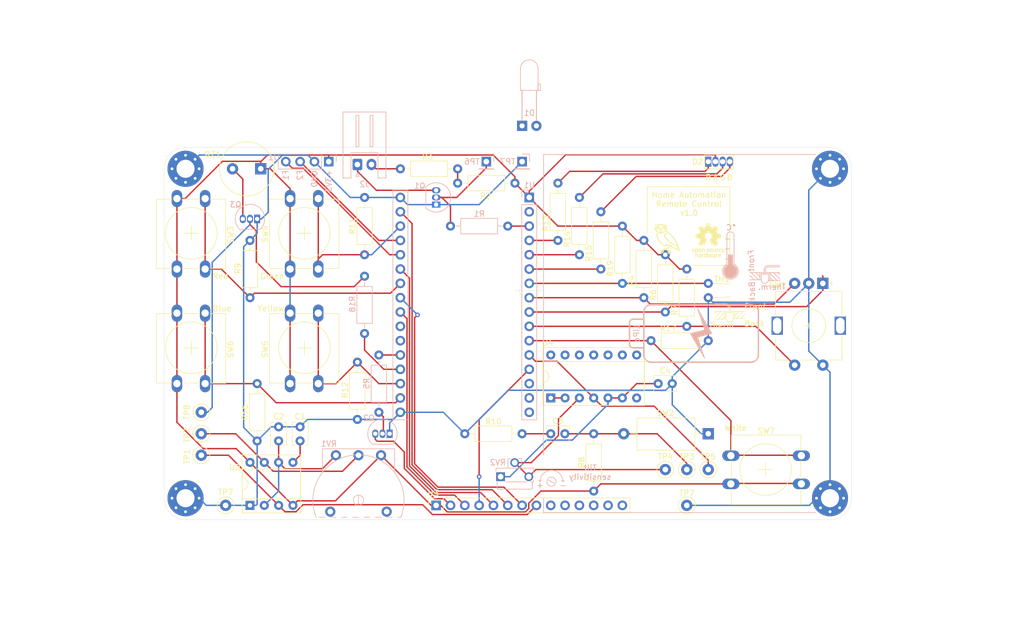
<source format=kicad_pcb>
(kicad_pcb (version 20171130) (host pcbnew 5.1.5-52549c5~84~ubuntu18.04.1)
  (layers (0 F.Cu signal) (31 B.Cu signal) (34 B.Paste user) (35 F.Paste user) (36 B.SilkS user) (37 F.SilkS user) (38 B.Mask user) (39 F.Mask user) (44 Edge.Cuts user))
  (net 0 "")
  (net 1 +3V3)
  (net 2 GND)
  (net 3 "Net-(C1-Pad1)")
  (net 4 "Net-(D2-Pad1)")
  (net 5 /Led_IR)
  (net 6 /Led_B)
  (net 7 /Led_G)
  (net 8 /Led_R)
  (net 9 /Btn_Blue)
  (net 10 /Btn_Yellow)
  (net 11 /Btn_Green)
  (net 12 /Btn_Red)
  (net 13 /Tilt)
  (net 14 "Net-(Q1-Pad2)")
  (net 15 "Net-(RV1-Pad2)")
  (net 16 "Net-(D2-Pad3)")
  (net 17 /CS)
  (net 18 /SCK)
  (net 19 /MOSI)
  (net 20 "Net-(U1-Pad22)")
  (net 21 "Net-(U1-Pad23)")
  (net 22 "Net-(U1-Pad16)")
  (net 23 "Net-(U1-Pad15)")
  (net 24 "Net-(U1-Pad14)")
  (net 25 "Net-(U1-Pad2)")
  (net 26 "Net-(C3-Pad1)")
  (net 27 /TR)
  (net 28 "Net-(Q2-Pad3)")
  (net 29 "Net-(Q2-Pad2)")
  (net 30 /Enc_Rot_P2)
  (net 31 /TFT_Pwr)
  (net 32 /Enc_Rot_P1)
  (net 33 /Enc_Rot_Btn)
  (net 34 /Btn_White)
  (net 35 "Net-(RV2-Pad2)")
  (net 36 /LED)
  (net 37 /Reset)
  (net 38 /DC)
  (net 39 /Buzzer)
  (net 40 "Net-(C3-Pad2)")
  (net 41 "Net-(C4-Pad1)")
  (net 42 "Net-(R2-Pad2)")
  (net 43 "Net-(U3-Pad14)")
  (net 44 "Net-(U3-Pad13)")
  (net 45 "Net-(U3-Pad12)")
  (net 46 "Net-(U3-Pad11)")
  (net 47 "Net-(U3-Pad10)")
  (net 48 "Net-(U3-Pad9)")
  (net 49 "Net-(D2-Pad4)")
  (net 50 "Net-(BZ1-Pad2)")
  (net 51 "Net-(Q3-Pad2)")
  (net 52 /Future1)
  (net 53 /Future2)
  (net 54 /Led_IR_P)
  (net 55 /Led_IR_N)
  (net 56 /Temp)
  (module Connector_JST:JST_XH_S2B-XH-A_1x02_P2.50mm_Horizontal (layer B.Cu) (at 119.38 76.708)
    (fp_text reference J2 (at 1.25 3.5) (layer B.SilkS) (effects (justify mirror)))
    (fp_text value Conn_01x02)
    (pad 2 thru_hole oval (at 2.5 0) (size 1.7 2) (drill 1) (layers *.Cu *.Mask) (net 55 /Led_IR_N))
    (pad 1 thru_hole roundrect (at 0 0) (size 1.7 2) (drill 1) (layers *.Cu *.Mask) (roundrect_rratio 0.147059) (net 54 /Led_IR_P))
  )
  (module Project_Module:TestPoint_Loop_D3.2mm_Drill1.0mm_perle_vert (layer F.Cu) (at 181.61 130.81 180)
    (fp_text reference TP5 (at 0 2.286) (layer F.SilkS))
    (fp_text value TP_TiltOut)
    (pad 1 thru_hole circle (at 0 0 180) (size 2 2) (drill 1) (layers *.Cu *.Mask) (net 13 /Tilt))
  )
  (module Project_Module:TestPoint_Loop_D3.2mm_Drill1.0mm_perle_jaune (layer F.Cu) (at 177.8 130.81 180)
    (fp_text reference TP3 (at 0 2.286) (layer F.SilkS))
    (fp_text value TP_TiltIn)
    (pad 1 thru_hole circle (at 0 0 180) (size 2 2) (drill 1) (layers *.Cu *.Mask) (net 40 "Net-(C3-Pad2)"))
  )
  (module Project_Module:TestPoint_Loop_D3.2mm_Drill1.0mm_perle_rouge (layer F.Cu) (at 173.99 130.81 180)
    (fp_text reference TP4 (at 0 2.286) (layer F.SilkS))
    (fp_text value TP_TiltM)
    (pad 1 thru_hole circle (at 0 0 180) (size 2 2) (drill 1) (layers *.Cu *.Mask) (net 35 "Net-(RV2-Pad2)"))
  )
  (module Project_Module:TestPoint_Loop_D3.2mm_Drill1.0mm_perle_noir (layer F.Cu) (at 177.8 137.16)
    (fp_text reference TP7 (at 0 -2.159) (layer F.SilkS))
    (fp_text value TP_GND)
    (pad 1 thru_hole circle (at 0 0) (size 2 2) (drill 1) (layers *.Cu *.Mask) (net 2 GND))
  )
  (module Project_Module:TestPoint_Loop_D3.2mm_Drill1.0mm_perle_noir (layer F.Cu) (at 96.012 137.16)
    (fp_text reference TP7 (at 0 -2.33) (layer F.SilkS))
    (fp_text value TP_GND)
    (pad 1 thru_hole circle (at 0 0) (size 2 2) (drill 1) (layers *.Cu *.Mask) (net 2 GND))
  )
  (module Project_Module:TestPoint_Loop_D3.2mm_Drill1.0mm_perle_blanc (layer F.Cu) (at 91.694 128.27 270)
    (fp_text reference TP1 (at 0.25 2.54 90) (layer F.SilkS))
    (fp_text value TP_LED)
    (pad 1 thru_hole circle (at 0 0 270) (size 2 2) (drill 1) (layers *.Cu *.Mask) (net 36 /LED))
  )
  (module Project_Module:TestPoint_Loop_D3.2mm_Drill1.0mm_perle_jaune (layer F.Cu) (at 91.694 124.46 270)
    (fp_text reference TP2 (at 0.25 2.54 90) (layer F.SilkS))
    (fp_text value TP_POT)
    (pad 1 thru_hole circle (at 0 0 270) (size 2 2) (drill 1) (layers *.Cu *.Mask) (net 15 "Net-(RV1-Pad2)"))
  )
  (module Project_Module:TestPoint_Loop_D3.2mm_Drill1.0mm_perle_bleu (layer F.Cu) (at 91.694 120.65 90)
    (fp_text reference TP8 (at 0 -2.54 90) (layer F.SilkS))
    (fp_text value TP_Buz)
    (pad 1 thru_hole circle (at 0 0 90) (size 2 2) (drill 1) (layers *.Cu *.Mask) (net 51 "Net-(Q3-Pad2)"))
  )
  (module Project_Module:Potentiometer_Thumbwheel_D16mm_H2mm_Horizontal (layer B.Cu) (at 115.57 128.27 270)
    (fp_text reference RV1 (at -2.032 1.27) (layer B.SilkS) (effects (justify mirror)))
    (fp_text value 10k)
    (pad MP thru_hole circle (at 10 -9 270) (size 1.8 1.8) (drill 1) (layers *.Cu *.Mask))
    (pad MP thru_hole circle (at 10 1 270) (size 1.8 1.8) (drill 1) (layers *.Cu *.Mask))
    (pad 1 thru_hole circle (at 0 0 270) (size 1.8 1.8) (drill 1) (layers *.Cu *.Mask) (net 27 /TR))
    (pad 2 thru_hole circle (at 0 -4 270) (size 1.8 1.8) (drill 1) (layers *.Cu *.Mask) (net 15 "Net-(RV1-Pad2)"))
    (pad 3 thru_hole circle (at 0 -8 270) (size 1.8 1.8) (drill 1) (layers *.Cu *.Mask) (net 1 +3V3))
  )
  (module Project_Module:Thermal_Sensor_D2.5mm_P2.54mm (layer F.Cu) (at 181.61 97.79 270)
    (fp_text reference TH1 (at -0.762 -2.413) (layer F.SilkS))
    (fp_text value "10k 5% (MF52 103J)")
    (pad "" np_thru_hole circle (at 1.27 -5.08 270) (size 3 3) (drill 3) (layers *.Cu *.Mask))
    (pad 2 thru_hole oval (at 2.54 0 270) (size 1.6 1.6) (drill 0.8) (layers *.Cu *.Mask) (net 2 GND))
    (pad 1 thru_hole circle (at 0 0 270) (size 1.6 1.6) (drill 0.8) (layers *.Cu *.Mask) (net 56 /Temp))
  )
  (module MountingHole:MountingHole_3.2mm_M3_Pad_Via (layer F.Cu) (at 88.9 77.47 90)
    (fp_text reference TP7 hide)
    (fp_text value TP_GND)
    (pad 1 thru_hole circle (at 1.697056 -1.697056 90) (size 0.8 0.8) (drill 0.5) (layers *.Cu *.Mask) (net 2 GND))
    (pad 1 thru_hole circle (at 0 -2.4 90) (size 0.8 0.8) (drill 0.5) (layers *.Cu *.Mask) (net 2 GND))
    (pad 1 thru_hole circle (at -1.697056 -1.697056 90) (size 0.8 0.8) (drill 0.5) (layers *.Cu *.Mask) (net 2 GND))
    (pad 1 thru_hole circle (at -2.4 0 90) (size 0.8 0.8) (drill 0.5) (layers *.Cu *.Mask) (net 2 GND))
    (pad 1 thru_hole circle (at -1.697056 1.697056 90) (size 0.8 0.8) (drill 0.5) (layers *.Cu *.Mask) (net 2 GND))
    (pad 1 thru_hole circle (at 0 2.4 90) (size 0.8 0.8) (drill 0.5) (layers *.Cu *.Mask) (net 2 GND))
    (pad 1 thru_hole circle (at 1.697056 1.697056 90) (size 0.8 0.8) (drill 0.5) (layers *.Cu *.Mask) (net 2 GND))
    (pad 1 thru_hole circle (at 2.4 0 90) (size 0.8 0.8) (drill 0.5) (layers *.Cu *.Mask) (net 2 GND))
    (pad 1 thru_hole circle (at 0 0 90) (size 6.4 6.4) (drill 3.2) (layers *.Cu *.Mask) (net 2 GND))
  )
  (module MountingHole:MountingHole_3.2mm_M3_Pad_Via (layer F.Cu) (at 203.2 77.47 90)
    (fp_text reference TP7 hide)
    (fp_text value TP_GND)
    (pad 1 thru_hole circle (at 0 0 90) (size 6.4 6.4) (drill 3.2) (layers *.Cu *.Mask) (net 2 GND))
    (pad 1 thru_hole circle (at 2.4 0 90) (size 0.8 0.8) (drill 0.5) (layers *.Cu *.Mask) (net 2 GND))
    (pad 1 thru_hole circle (at 1.697056 1.697056 90) (size 0.8 0.8) (drill 0.5) (layers *.Cu *.Mask) (net 2 GND))
    (pad 1 thru_hole circle (at 0 2.4 90) (size 0.8 0.8) (drill 0.5) (layers *.Cu *.Mask) (net 2 GND))
    (pad 1 thru_hole circle (at -1.697056 1.697056 90) (size 0.8 0.8) (drill 0.5) (layers *.Cu *.Mask) (net 2 GND))
    (pad 1 thru_hole circle (at -2.4 0 90) (size 0.8 0.8) (drill 0.5) (layers *.Cu *.Mask) (net 2 GND))
    (pad 1 thru_hole circle (at -1.697056 -1.697056 90) (size 0.8 0.8) (drill 0.5) (layers *.Cu *.Mask) (net 2 GND))
    (pad 1 thru_hole circle (at 0 -2.4 90) (size 0.8 0.8) (drill 0.5) (layers *.Cu *.Mask) (net 2 GND))
    (pad 1 thru_hole circle (at 1.697056 -1.697056 90) (size 0.8 0.8) (drill 0.5) (layers *.Cu *.Mask) (net 2 GND))
  )
  (module Connector_PinHeader_2.54mm:PinHeader_1x01_P2.54mm_Vertical (layer B.Cu) (at 148.59 76.2 180)
    (fp_text reference TP7 (at 2.54 0) (layer B.SilkS) (effects (justify mirror)))
    (fp_text value TP_GND)
    (pad 1 thru_hole rect (at 0 0 180) (size 1.7 1.7) (drill 1) (layers *.Cu *.Mask) (net 2 GND))
  )
  (module Project_Module:SW_420_L10.0mm_D5.5mm_P15.00mm_Horizontal (layer F.Cu) (at 181.61 124.46 180)
    (fp_text reference SW2 (at 7.62 3.683) (layer F.SilkS))
    (fp_text value SW-420)
    (pad 2 thru_hole oval (at 15 0 180) (size 2 2) (drill 1) (layers *.Cu *.Mask) (net 40 "Net-(C3-Pad2)"))
    (pad 1 thru_hole rect (at 0 0 180) (size 2 2) (drill 1) (layers *.Cu *.Mask) (net 2 GND))
  )
  (module Project_Module:TFT_2_4_SPI_240x320 (layer F.Cu) (at 133.35 137.16 90)
    (fp_text reference U3 (at 2.159 -0.508) (layer F.SilkS))
    (fp_text value TFT_2_4_SPI_240x320)
    (pad 14 thru_hole oval (at 0 33.02 90) (size 1.7 1.7) (drill 1) (layers *.Cu *.Mask) (net 43 "Net-(U3-Pad14)"))
    (pad 13 thru_hole oval (at 0 30.48 90) (size 1.7 1.7) (drill 1) (layers *.Cu *.Mask) (net 44 "Net-(U3-Pad13)"))
    (pad 12 thru_hole oval (at 0 27.94 90) (size 1.7 1.7) (drill 1) (layers *.Cu *.Mask) (net 45 "Net-(U3-Pad12)"))
    (pad 11 thru_hole oval (at 0 25.4 90) (size 1.7 1.7) (drill 1) (layers *.Cu *.Mask) (net 46 "Net-(U3-Pad11)"))
    (pad 10 thru_hole oval (at 0 22.86 90) (size 1.7 1.7) (drill 1) (layers *.Cu *.Mask) (net 47 "Net-(U3-Pad10)"))
    (pad 9 thru_hole oval (at 0 20.32 90) (size 1.7 1.7) (drill 1) (layers *.Cu *.Mask) (net 48 "Net-(U3-Pad9)"))
    (pad 8 thru_hole oval (at 0 17.78 90) (size 1.7 1.7) (drill 1) (layers *.Cu *.Mask) (net 36 /LED))
    (pad 7 thru_hole oval (at 0 15.24 90) (size 1.7 1.7) (drill 1) (layers *.Cu *.Mask) (net 18 /SCK))
    (pad 6 thru_hole oval (at 0 12.7 90) (size 1.7 1.7) (drill 1) (layers *.Cu *.Mask) (net 19 /MOSI))
    (pad 5 thru_hole oval (at 0 10.16 90) (size 1.7 1.7) (drill 1) (layers *.Cu *.Mask) (net 38 /DC))
    (pad 4 thru_hole oval (at 0 7.62 90) (size 1.7 1.7) (drill 1) (layers *.Cu *.Mask) (net 37 /Reset))
    (pad 3 thru_hole oval (at 0 5.08 90) (size 1.7 1.7) (drill 1) (layers *.Cu *.Mask) (net 17 /CS))
    (pad 2 thru_hole oval (at 0 2.54 90) (size 1.7 1.7) (drill 1) (layers *.Cu *.Mask) (net 28 "Net-(Q2-Pad3)"))
    (pad 1 thru_hole rect (at 0 0 90) (size 1.7 1.7) (drill 1) (layers *.Cu *.Mask) (net 1 +3V3))
  )
  (module Resistor_THT:R_Axial_DIN0207_L6.3mm_D2.5mm_P10.16mm_Horizontal (layer F.Cu) (at 101.6 115.57 270)
    (fp_text reference R16 (at 5.08 2.159 90) (layer F.SilkS))
    (fp_text value 10k)
    (pad 2 thru_hole oval (at 10.16 0 270) (size 1.6 1.6) (drill 0.8) (layers *.Cu *.Mask) (net 2 GND))
    (pad 1 thru_hole circle (at 0 0 270) (size 1.6 1.6) (drill 0.8) (layers *.Cu *.Mask) (net 9 /Btn_Blue))
  )
  (module Connector_PinHeader_2.54mm:PinHeader_1x01_P2.54mm_Vertical (layer B.Cu) (at 142.24 76.2 180)
    (fp_text reference TP6 (at 2.54 0 180) (layer B.SilkS) (effects (justify mirror)))
    (fp_text value TP_IR)
    (pad 1 thru_hole rect (at 0 0 180) (size 1.7 1.7) (drill 1) (layers *.Cu *.Mask) (net 14 "Net-(Q1-Pad2)"))
  )
  (module Package_TO_SOT_THT:TO-92_Inline (layer B.Cu) (at 133.35 83.82 90)
    (fp_text reference Q1 (at 3.302 -2.921 180) (layer B.SilkS) (effects (justify mirror)))
    (fp_text value 2N3904)
    (pad 1 thru_hole rect (at 0 0 90) (size 1.05 1.5) (drill 0.75) (layers *.Cu *.Mask) (net 2 GND))
    (pad 3 thru_hole oval (at 2.54 0 90) (size 1.05 1.5) (drill 0.75) (layers *.Cu *.Mask) (net 55 /Led_IR_N))
    (pad 2 thru_hole oval (at 1.27 0 90) (size 1.05 1.5) (drill 0.75) (layers *.Cu *.Mask) (net 14 "Net-(Q1-Pad2)"))
  )
  (module Resistor_THT:R_Axial_DIN0207_L6.3mm_D2.5mm_P10.16mm_Horizontal (layer B.Cu) (at 135.89 87.63)
    (fp_text reference R1 (at 5.08 -2.159) (layer B.SilkS) (effects (justify mirror)))
    (fp_text value 1k)
    (pad 2 thru_hole oval (at 10.16 0) (size 1.6 1.6) (drill 0.8) (layers *.Cu *.Mask) (net 5 /Led_IR))
    (pad 1 thru_hole circle (at 0 0) (size 1.6 1.6) (drill 0.8) (layers *.Cu *.Mask) (net 14 "Net-(Q1-Pad2)"))
  )
  (module Resistor_THT:R_Axial_DIN0207_L6.3mm_D2.5mm_P10.16mm_Horizontal (layer B.Cu) (at 123.19 120.65 90)
    (fp_text reference R5 (at 5.08 -2.159 270) (layer B.SilkS) (effects (justify mirror)))
    (fp_text value 1k)
    (pad 2 thru_hole oval (at 10.16 0 90) (size 1.6 1.6) (drill 0.8) (layers *.Cu *.Mask) (net 31 /TFT_Pwr))
    (pad 1 thru_hole circle (at 0 0 90) (size 1.6 1.6) (drill 0.8) (layers *.Cu *.Mask) (net 29 "Net-(Q2-Pad2)"))
  )
  (module MountingHole:MountingHole_3.2mm_M3_Pad_Via (layer F.Cu) (at 203.2 135.89 90)
    (fp_text reference TP7 hide)
    (fp_text value TP_GND)
    (pad 1 thru_hole circle (at 1.697056 -1.697056 90) (size 0.8 0.8) (drill 0.5) (layers *.Cu *.Mask) (net 2 GND))
    (pad 1 thru_hole circle (at 0 -2.4 90) (size 0.8 0.8) (drill 0.5) (layers *.Cu *.Mask) (net 2 GND))
    (pad 1 thru_hole circle (at -1.697056 -1.697056 90) (size 0.8 0.8) (drill 0.5) (layers *.Cu *.Mask) (net 2 GND))
    (pad 1 thru_hole circle (at -2.4 0 90) (size 0.8 0.8) (drill 0.5) (layers *.Cu *.Mask) (net 2 GND))
    (pad 1 thru_hole circle (at -1.697056 1.697056 90) (size 0.8 0.8) (drill 0.5) (layers *.Cu *.Mask) (net 2 GND))
    (pad 1 thru_hole circle (at 0 2.4 90) (size 0.8 0.8) (drill 0.5) (layers *.Cu *.Mask) (net 2 GND))
    (pad 1 thru_hole circle (at 1.697056 1.697056 90) (size 0.8 0.8) (drill 0.5) (layers *.Cu *.Mask) (net 2 GND))
    (pad 1 thru_hole circle (at 2.4 0 90) (size 0.8 0.8) (drill 0.5) (layers *.Cu *.Mask) (net 2 GND))
    (pad 1 thru_hole circle (at 0 0 90) (size 6.4 6.4) (drill 3.2) (layers *.Cu *.Mask) (net 2 GND))
  )
  (module MountingHole:MountingHole_3.2mm_M3_Pad_Via (layer F.Cu) (at 88.9 135.89)
    (fp_text reference TP7 hide)
    (fp_text value TP_GND)
    (pad 1 thru_hole circle (at 1.697056 -1.697056) (size 0.8 0.8) (drill 0.5) (layers *.Cu *.Mask) (net 2 GND))
    (pad 1 thru_hole circle (at 0 -2.4) (size 0.8 0.8) (drill 0.5) (layers *.Cu *.Mask) (net 2 GND))
    (pad 1 thru_hole circle (at -1.697056 -1.697056) (size 0.8 0.8) (drill 0.5) (layers *.Cu *.Mask) (net 2 GND))
    (pad 1 thru_hole circle (at -2.4 0) (size 0.8 0.8) (drill 0.5) (layers *.Cu *.Mask) (net 2 GND))
    (pad 1 thru_hole circle (at -1.697056 1.697056) (size 0.8 0.8) (drill 0.5) (layers *.Cu *.Mask) (net 2 GND))
    (pad 1 thru_hole circle (at 0 2.4) (size 0.8 0.8) (drill 0.5) (layers *.Cu *.Mask) (net 2 GND))
    (pad 1 thru_hole circle (at 1.697056 1.697056) (size 0.8 0.8) (drill 0.5) (layers *.Cu *.Mask) (net 2 GND))
    (pad 1 thru_hole circle (at 2.4 0) (size 0.8 0.8) (drill 0.5) (layers *.Cu *.Mask) (net 2 GND))
    (pad 1 thru_hole circle (at 0 0) (size 6.4 6.4) (drill 3.2) (layers *.Cu *.Mask) (net 2 GND))
  )
  (module Project_Module:DIP-14_W7.62mm_Socket (layer F.Cu) (at 153.67 118.11 90)
    (fp_text reference U4 (at 9.779 -0.508 180) (layer F.SilkS))
    (fp_text value CD4093BE)
    (pad 14 thru_hole oval (at 7.62 0 90) (size 1.6 1.6) (drill 0.8) (layers *.Cu *.Mask))
    (pad 7 thru_hole oval (at 0 15.24 90) (size 1.6 1.6) (drill 0.8) (layers *.Cu *.Mask))
    (pad 13 thru_hole oval (at 7.62 2.54 90) (size 1.6 1.6) (drill 0.8) (layers *.Cu *.Mask))
    (pad 6 thru_hole oval (at 0 12.7 90) (size 1.6 1.6) (drill 0.8) (layers *.Cu *.Mask) (net 41 "Net-(C4-Pad1)"))
    (pad 12 thru_hole oval (at 7.62 5.08 90) (size 1.6 1.6) (drill 0.8) (layers *.Cu *.Mask))
    (pad 5 thru_hole oval (at 0 10.16 90) (size 1.6 1.6) (drill 0.8) (layers *.Cu *.Mask) (net 41 "Net-(C4-Pad1)"))
    (pad 11 thru_hole oval (at 7.62 7.62 90) (size 1.6 1.6) (drill 0.8) (layers *.Cu *.Mask))
    (pad 4 thru_hole oval (at 0 7.62 90) (size 1.6 1.6) (drill 0.8) (layers *.Cu *.Mask) (net 13 /Tilt))
    (pad 10 thru_hole oval (at 7.62 10.16 90) (size 1.6 1.6) (drill 0.8) (layers *.Cu *.Mask))
    (pad 3 thru_hole oval (at 0 5.08 90) (size 1.6 1.6) (drill 0.8) (layers *.Cu *.Mask) (net 35 "Net-(RV2-Pad2)"))
    (pad 9 thru_hole oval (at 7.62 12.7 90) (size 1.6 1.6) (drill 0.8) (layers *.Cu *.Mask))
    (pad 2 thru_hole oval (at 0 2.54 90) (size 1.6 1.6) (drill 0.8) (layers *.Cu *.Mask) (net 26 "Net-(C3-Pad1)"))
    (pad 8 thru_hole oval (at 7.62 15.24 90) (size 1.6 1.6) (drill 0.8) (layers *.Cu *.Mask))
    (pad 1 thru_hole rect (at 0 0 90) (size 1.6 1.6) (drill 0.8) (layers *.Cu *.Mask) (net 26 "Net-(C3-Pad1)"))
  )
  (module Project_Module:DIP-8_W7.62mm_Socket (layer F.Cu) (at 100.33 137.16 90)
    (fp_text reference U2 (at 6.731 -2.667 180) (layer F.SilkS))
    (fp_text value ICM7555)
    (pad 8 thru_hole oval (at 7.62 0 90) (size 1.6 1.6) (drill 0.8) (layers *.Cu *.Mask) (net 1 +3V3))
    (pad 4 thru_hole oval (at 0 7.62 90) (size 1.6 1.6) (drill 0.8) (layers *.Cu *.Mask) (net 1 +3V3))
    (pad 7 thru_hole oval (at 7.62 2.54 90) (size 1.6 1.6) (drill 0.8) (layers *.Cu *.Mask) (net 15 "Net-(RV1-Pad2)"))
    (pad 3 thru_hole oval (at 0 5.08 90) (size 1.6 1.6) (drill 0.8) (layers *.Cu *.Mask) (net 36 /LED))
    (pad 6 thru_hole oval (at 7.62 5.08 90) (size 1.6 1.6) (drill 0.8) (layers *.Cu *.Mask) (net 27 /TR))
    (pad 2 thru_hole oval (at 0 2.54 90) (size 1.6 1.6) (drill 0.8) (layers *.Cu *.Mask) (net 27 /TR))
    (pad 5 thru_hole oval (at 7.62 7.62 90) (size 1.6 1.6) (drill 0.8) (layers *.Cu *.Mask) (net 3 "Net-(C1-Pad1)"))
    (pad 1 thru_hole rect (at 0 0 90) (size 1.6 1.6) (drill 0.8) (layers *.Cu *.Mask) (net 2 GND))
  )
  (module Resistor_THT:R_Axial_DIN0207_L6.3mm_D2.5mm_P10.16mm_Horizontal (layer F.Cu) (at 161.29 134.62 90)
    (fp_text reference R8 (at 5.08 -2.159 90) (layer F.SilkS))
    (fp_text value 100k)
    (pad 1 thru_hole circle (at 0 0 90) (size 1.6 1.6) (drill 0.8) (layers *.Cu *.Mask) (net 1 +3V3))
    (pad 2 thru_hole oval (at 10.16 0 90) (size 1.6 1.6) (drill 0.8) (layers *.Cu *.Mask) (net 40 "Net-(C3-Pad2)"))
  )
  (module Capacitor_THT:C_Disc_D3.8mm_W2.6mm_P2.50mm (layer F.Cu) (at 172.72 115.57)
    (fp_text reference C4 (at 1.27 -2.286) (layer F.SilkS))
    (fp_text value 100n)
    (pad 1 thru_hole circle (at 0 0) (size 1.6 1.6) (drill 0.8) (layers *.Cu *.Mask) (net 41 "Net-(C4-Pad1)"))
    (pad 2 thru_hole circle (at 2.5 0) (size 1.6 1.6) (drill 0.8) (layers *.Cu *.Mask) (net 2 GND))
  )
  (module Project_Module:Potentiometer_Runtron_RM-063_Horizontal (layer B.Cu) (at 144.78 132.08)
    (fp_text reference RV2 (at -0.508 -2.54) (layer B.SilkS) (effects (justify mirror)))
    (fp_text value 1M)
    (pad 3 thru_hole circle (at 5 0) (size 1.55 1.55) (drill 1) (layers *.Cu *.Mask) (net 35 "Net-(RV2-Pad2)"))
    (pad 1 thru_hole rect (at 0 0) (size 1.55 1.55) (drill 1) (layers *.Cu *.Mask) (net 41 "Net-(C4-Pad1)"))
    (pad 2 thru_hole circle (at 2.5 -2.5) (size 1.55 1.55) (drill 1) (layers *.Cu *.Mask) (net 35 "Net-(RV2-Pad2)"))
  )
  (module Symbol:OSHW-Logo_5.7x6mm_SilkScreen (layer F.Cu) (at 181.61 90.17)
    (fp_text reference REF** hide)
    (fp_text value OSHW-Logo_5.7x6mm_SilkScreen hide)
  )
  (module Project_Module:logo_marsu31_L5mm_H6mm (layer F.Cu) (at 173.99 90.043)
    (fp_text reference G*** hide)
    (fp_text value LOGO hide)
  )
  (module Connector_PinSocket_2.54mm:PinSocket_1x04_P2.54mm_Vertical (layer B.Cu) (at 114.3 76.2 90)
    (fp_text reference J1 (at 0.762 -9.906 180) (layer B.SilkS) (effects (justify mirror)))
    (fp_text value Conn_01x04)
    (pad 4 thru_hole oval (at 0 -7.62 90) (size 1.7 1.7) (drill 1) (layers *.Cu *.Mask) (net 52 /Future1))
    (pad 3 thru_hole oval (at 0 -5.08 90) (size 1.7 1.7) (drill 1) (layers *.Cu *.Mask) (net 53 /Future2))
    (pad 2 thru_hole oval (at 0 -2.54 90) (size 1.7 1.7) (drill 1) (layers *.Cu *.Mask) (net 2 GND))
    (pad 1 thru_hole rect (at 0 0 90) (size 1.7 1.7) (drill 1) (layers *.Cu *.Mask) (net 1 +3V3))
  )
  (module Resistor_THT:R_Axial_DIN0207_L6.3mm_D2.5mm_P10.16mm_Horizontal (layer F.Cu) (at 166.37 87.63 270)
    (fp_text reference R19 (at 7.493 2.159 90) (layer F.SilkS))
    (fp_text value 10k)
    (pad 2 thru_hole oval (at 10.16 0 270) (size 1.6 1.6) (drill 0.8) (layers *.Cu *.Mask) (net 56 /Temp))
    (pad 1 thru_hole circle (at 0 0 270) (size 1.6 1.6) (drill 0.8) (layers *.Cu *.Mask) (net 1 +3V3))
  )
  (module Project_Module:Buzzer_D9.5mm_H5.5mm_P5mm (layer F.Cu) (at 102.235 77.47 180)
    (fp_text reference BZ1 (at 8.509 2.54) (layer F.SilkS))
    (fp_text value Buzzer)
    (pad 2 thru_hole circle (at 5 0 180) (size 2 2) (drill 1) (layers *.Cu *.Mask) (net 50 "Net-(BZ1-Pad2)"))
    (pad 1 thru_hole rect (at 0 0 180) (size 2 2) (drill 1) (layers *.Cu *.Mask) (net 1 +3V3))
  )
  (module Resistor_THT:R_Axial_DIN0207_L6.3mm_D2.5mm_P10.16mm_Horizontal (layer F.Cu) (at 177.8 95.25 270)
    (fp_text reference R7 (at 7.239 2.159 90) (layer F.SilkS))
    (fp_text value 10k)
    (pad 2 thru_hole oval (at 10.16 0 270) (size 1.6 1.6) (drill 0.8) (layers *.Cu *.Mask) (net 33 /Enc_Rot_Btn))
    (pad 1 thru_hole circle (at 0 0 270) (size 1.6 1.6) (drill 0.8) (layers *.Cu *.Mask) (net 1 +3V3))
  )
  (module Resistor_THT:R_Axial_DIN0207_L6.3mm_D2.5mm_P10.16mm_Horizontal (layer F.Cu) (at 162.56 85.09 270)
    (fp_text reference R15 (at 7.366 2.159 90) (layer F.SilkS))
    (fp_text value 47)
    (pad 2 thru_hole oval (at 10.16 0 270) (size 1.6 1.6) (drill 0.8) (layers *.Cu *.Mask) (net 6 /Led_B))
    (pad 1 thru_hole circle (at 0 0 270) (size 1.6 1.6) (drill 0.8) (layers *.Cu *.Mask) (net 49 "Net-(D2-Pad4)"))
  )
  (module Project_Module:D32Pro_PinSocket_2x1x16_P2.54mm_Vertical (layer B.Cu) (at 149.86 82.55 180)
    (fp_text reference U1 (at 0 2.159) (layer B.SilkS) (effects (justify mirror)))
    (fp_text value D32Pro)
    (pad 21 thru_hole oval (at 22.86 -27.94 180) (size 1.7 1.7) (drill 1) (layers *.Cu *.Mask) (net 31 /TFT_Pwr))
    (pad 22 thru_hole oval (at 22.86 -25.4 180) (size 1.7 1.7) (drill 1) (layers *.Cu *.Mask) (net 20 "Net-(U1-Pad22)"))
    (pad 30 thru_hole oval (at 22.86 -5.08 180) (size 1.7 1.7) (drill 1) (layers *.Cu *.Mask) (net 11 /Btn_Green))
    (pad 29 thru_hole oval (at 22.86 -7.62 180) (size 1.7 1.7) (drill 1) (layers *.Cu *.Mask) (net 53 /Future2))
    (pad 23 thru_hole oval (at 22.86 -22.86 180) (size 1.7 1.7) (drill 1) (layers *.Cu *.Mask) (net 21 "Net-(U1-Pad23)"))
    (pad 32 thru_hole circle (at 22.86 0 180) (size 1.7 1.7) (drill 1) (layers *.Cu *.Mask) (net 2 GND))
    (pad 17 thru_hole oval (at 22.86 -38.1 180) (size 1.7 1.7) (drill 1) (layers *.Cu *.Mask) (net 2 GND))
    (pad 27 thru_hole oval (at 22.86 -12.7 180) (size 1.7 1.7) (drill 1) (layers *.Cu *.Mask) (net 38 /DC))
    (pad 31 thru_hole oval (at 22.86 -2.54 180) (size 1.7 1.7) (drill 1) (layers *.Cu *.Mask) (net 19 /MOSI))
    (pad 20 thru_hole oval (at 22.86 -30.48 180) (size 1.7 1.7) (drill 1) (layers *.Cu *.Mask) (net 39 /Buzzer))
    (pad 25 thru_hole oval (at 22.86 -17.78 180) (size 1.7 1.7) (drill 1) (layers *.Cu *.Mask) (net 18 /SCK))
    (pad 18 thru_hole oval (at 22.86 -35.56 180) (size 1.7 1.7) (drill 1) (layers *.Cu *.Mask) (net 9 /Btn_Blue))
    (pad 28 thru_hole oval (at 22.86 -10.16 180) (size 1.7 1.7) (drill 1) (layers *.Cu *.Mask) (net 52 /Future1))
    (pad 19 thru_hole oval (at 22.86 -33.02 180) (size 1.7 1.7) (drill 1) (layers *.Cu *.Mask) (net 10 /Btn_Yellow))
    (pad 24 thru_hole oval (at 22.86 -20.32 180) (size 1.7 1.7) (drill 1) (layers *.Cu *.Mask) (net 17 /CS))
    (pad 26 thru_hole oval (at 22.86 -15.24 180) (size 1.7 1.7) (drill 1) (layers *.Cu *.Mask) (net 12 /Btn_Red))
    (pad 16 thru_hole oval (at 0 -38.1 180) (size 1.7 1.7) (drill 1) (layers *.Cu *.Mask) (net 22 "Net-(U1-Pad16)"))
    (pad 15 thru_hole oval (at 0 -35.56 180) (size 1.7 1.7) (drill 1) (layers *.Cu *.Mask) (net 23 "Net-(U1-Pad15)"))
    (pad 14 thru_hole oval (at 0 -33.02 180) (size 1.7 1.7) (drill 1) (layers *.Cu *.Mask) (net 24 "Net-(U1-Pad14)"))
    (pad 13 thru_hole oval (at 0 -30.48 180) (size 1.7 1.7) (drill 1) (layers *.Cu *.Mask) (net 37 /Reset))
    (pad 12 thru_hole oval (at 0 -27.94 180) (size 1.7 1.7) (drill 1) (layers *.Cu *.Mask) (net 13 /Tilt))
    (pad 11 thru_hole oval (at 0 -25.4 180) (size 1.7 1.7) (drill 1) (layers *.Cu *.Mask) (net 34 /Btn_White))
    (pad 10 thru_hole oval (at 0 -22.86 180) (size 1.7 1.7) (drill 1) (layers *.Cu *.Mask) (net 33 /Enc_Rot_Btn))
    (pad 9 thru_hole oval (at 0 -20.32 180) (size 1.7 1.7) (drill 1) (layers *.Cu *.Mask) (net 32 /Enc_Rot_P1))
    (pad 8 thru_hole oval (at 0 -17.78 180) (size 1.7 1.7) (drill 1) (layers *.Cu *.Mask) (net 30 /Enc_Rot_P2))
    (pad 7 thru_hole oval (at 0 -15.24 180) (size 1.7 1.7) (drill 1) (layers *.Cu *.Mask) (net 56 /Temp))
    (pad 6 thru_hole oval (at 0 -12.7 180) (size 1.7 1.7) (drill 1) (layers *.Cu *.Mask) (net 6 /Led_B))
    (pad 5 thru_hole oval (at 0 -10.16 180) (size 1.7 1.7) (drill 1) (layers *.Cu *.Mask) (net 7 /Led_G))
    (pad 4 thru_hole oval (at 0 -7.62 180) (size 1.7 1.7) (drill 1) (layers *.Cu *.Mask) (net 8 /Led_R))
    (pad 3 thru_hole oval (at 0 -5.08 180) (size 1.7 1.7) (drill 1) (layers *.Cu *.Mask) (net 5 /Led_IR))
    (pad 2 thru_hole oval (at 0 -2.54 180) (size 1.7 1.7) (drill 1) (layers *.Cu *.Mask) (net 25 "Net-(U1-Pad2)"))
    (pad 1 thru_hole rect (at 0 0 180) (size 1.7 1.7) (drill 1) (layers *.Cu *.Mask) (net 1 +3V3))
  )
  (module Project_Module:project_SW_PUSH-12mm-YELLOW (layer F.Cu) (at 107.442 115.57 90)
    (fp_text reference SW5 (at 6.096 -4.445 90) (layer F.SilkS))
    (fp_text value SW_Push_Yellow)
    (pad 2 thru_hole oval (at 0 5 90) (size 3.048 1.85) (drill 1.3) (layers *.Cu *.Mask) (net 10 /Btn_Yellow))
    (pad 1 thru_hole oval (at 0 0 90) (size 3.048 1.85) (drill 1.3) (layers *.Cu *.Mask) (net 1 +3V3))
    (pad 2 thru_hole oval (at 12.5 5 90) (size 3.048 1.85) (drill 1.3) (layers *.Cu *.Mask) (net 10 /Btn_Yellow))
    (pad 1 thru_hole oval (at 12.5 0 90) (size 3.048 1.85) (drill 1.3) (layers *.Cu *.Mask) (net 1 +3V3))
  )
  (module Package_TO_SOT_THT:TO-92_Inline (layer B.Cu) (at 125.095 124.46 180)
    (fp_text reference Q2 (at 3.683 2.794 180) (layer B.SilkS) (effects (justify mirror)))
    (fp_text value 2N3904)
    (pad 2 thru_hole oval (at 1.27 0 180) (size 1.05 1.5) (drill 0.75) (layers *.Cu *.Mask) (net 29 "Net-(Q2-Pad2)"))
    (pad 3 thru_hole oval (at 2.54 0 180) (size 1.05 1.5) (drill 0.75) (layers *.Cu *.Mask) (net 28 "Net-(Q2-Pad3)"))
    (pad 1 thru_hole rect (at 0 0 180) (size 1.05 1.5) (drill 0.75) (layers *.Cu *.Mask) (net 2 GND))
  )
  (module Package_TO_SOT_THT:TO-92_Inline (layer B.Cu) (at 101.6 86.36 180)
    (fp_text reference Q3 (at 3.81 2.54) (layer B.SilkS) (effects (justify mirror)))
    (fp_text value 2N3904)
    (pad 1 thru_hole rect (at 0 0 180) (size 1.05 1.5) (drill 0.75) (layers *.Cu *.Mask) (net 2 GND))
    (pad 3 thru_hole oval (at 2.54 0 180) (size 1.05 1.5) (drill 0.75) (layers *.Cu *.Mask) (net 50 "Net-(BZ1-Pad2)"))
    (pad 2 thru_hole oval (at 1.27 0 180) (size 1.05 1.5) (drill 0.75) (layers *.Cu *.Mask) (net 51 "Net-(Q3-Pad2)"))
  )
  (module Resistor_THT:R_Axial_DIN0207_L6.3mm_D2.5mm_P10.16mm_Horizontal (layer F.Cu) (at 148.59 124.46 180)
    (fp_text reference R10 (at 5.08 2.159) (layer F.SilkS))
    (fp_text value 1M)
    (pad 2 thru_hole oval (at 10.16 0 180) (size 1.6 1.6) (drill 0.8) (layers *.Cu *.Mask) (net 2 GND))
    (pad 1 thru_hole circle (at 0 0 180) (size 1.6 1.6) (drill 0.8) (layers *.Cu *.Mask) (net 26 "Net-(C3-Pad1)"))
  )
  (module Capacitor_THT:C_Disc_D3.8mm_W2.6mm_P2.50mm (layer F.Cu) (at 153.67 124.46)
    (fp_text reference C3 (at 1.27 -2.286) (layer F.SilkS))
    (fp_text value 100n)
    (pad 1 thru_hole circle (at 0 0) (size 1.6 1.6) (drill 0.8) (layers *.Cu *.Mask) (net 26 "Net-(C3-Pad1)"))
    (pad 2 thru_hole circle (at 2.5 0) (size 1.6 1.6) (drill 0.8) (layers *.Cu *.Mask) (net 40 "Net-(C3-Pad2)"))
  )
  (module Project_Module:project_SW_PUSH-12mm-WHITE (layer F.Cu) (at 198.12 133.35 180)
    (fp_text reference SW7 (at 6.223 9.398) (layer F.SilkS))
    (fp_text value SW_Push_White)
    (pad 2 thru_hole oval (at 0 5 180) (size 3.048 1.85) (drill 1.3) (layers *.Cu *.Mask) (net 34 /Btn_White))
    (pad 1 thru_hole oval (at 0 0 180) (size 3.048 1.85) (drill 1.3) (layers *.Cu *.Mask) (net 1 +3V3))
    (pad 2 thru_hole oval (at 12.5 5 180) (size 3.048 1.85) (drill 1.3) (layers *.Cu *.Mask) (net 34 /Btn_White))
    (pad 1 thru_hole oval (at 12.5 0 180) (size 3.048 1.85) (drill 1.3) (layers *.Cu *.Mask) (net 1 +3V3))
  )
  (module Project_Module:project_SW_PUSH-12mm-BLUE (layer F.Cu) (at 87.376 115.57 90)
    (fp_text reference SW6 (at 6.08 9.525 90) (layer F.SilkS))
    (fp_text value SW_Push_Blue)
    (pad 2 thru_hole oval (at 0 5 90) (size 3.048 1.85) (drill 1.3) (layers *.Cu *.Mask) (net 9 /Btn_Blue))
    (pad 1 thru_hole oval (at 0 0 90) (size 3.048 1.85) (drill 1.3) (layers *.Cu *.Mask) (net 1 +3V3))
    (pad 2 thru_hole oval (at 12.5 5 90) (size 3.048 1.85) (drill 1.3) (layers *.Cu *.Mask) (net 9 /Btn_Blue))
    (pad 1 thru_hole oval (at 12.5 0 90) (size 3.048 1.85) (drill 1.3) (layers *.Cu *.Mask) (net 1 +3V3))
  )
  (module Project_Module:project_SW_PUSH-12mm-GREEN (layer F.Cu) (at 107.442 95.25 90)
    (fp_text reference SW4 (at 6.223 -4.445 90) (layer F.SilkS))
    (fp_text value SW_Push_Green)
    (pad 2 thru_hole oval (at 0 5 90) (size 3.048 1.85) (drill 1.3) (layers *.Cu *.Mask) (net 11 /Btn_Green))
    (pad 1 thru_hole oval (at 0 0 90) (size 3.048 1.85) (drill 1.3) (layers *.Cu *.Mask) (net 1 +3V3))
    (pad 2 thru_hole oval (at 12.5 5 90) (size 3.048 1.85) (drill 1.3) (layers *.Cu *.Mask) (net 11 /Btn_Green))
    (pad 1 thru_hole oval (at 12.5 0 90) (size 3.048 1.85) (drill 1.3) (layers *.Cu *.Mask) (net 1 +3V3))
  )
  (module Project_Module:project_SW_PUSH-12mm-RED (layer F.Cu) (at 87.376 95.25 90)
    (fp_text reference SW3 (at 6.08 9.525 90) (layer F.SilkS))
    (fp_text value SW_Push_Red)
    (pad 2 thru_hole oval (at 0 5 90) (size 3.048 1.85) (drill 1.3) (layers *.Cu *.Mask) (net 12 /Btn_Red))
    (pad 1 thru_hole oval (at 0 0 90) (size 3.048 1.85) (drill 1.3) (layers *.Cu *.Mask) (net 1 +3V3))
    (pad 2 thru_hole oval (at 12.5 5 90) (size 3.048 1.85) (drill 1.3) (layers *.Cu *.Mask) (net 12 /Btn_Red))
    (pad 1 thru_hole oval (at 12.5 0 90) (size 3.048 1.85) (drill 1.3) (layers *.Cu *.Mask) (net 1 +3V3))
  )
  (module LED_THT:LED_D3.0mm_Horizontal_O6.35mm_Z2.0mm (layer B.Cu) (at 148.59 69.85)
    (fp_text reference D1 (at 1.27 -2.286) (layer B.SilkS) (effects (justify mirror)))
    (fp_text value IR204A)
    (pad 2 thru_hole circle (at 2.54 0) (size 1.8 1.8) (drill 0.9) (layers *.Cu *.Mask) (net 54 /Led_IR_P))
    (pad 1 thru_hole rect (at 0 0) (size 1.8 1.8) (drill 0.9) (layers *.Cu *.Mask) (net 55 /Led_IR_N))
  )
  (module Resistor_THT:R_Axial_DIN0207_L6.3mm_D2.5mm_P10.16mm_Horizontal (layer B.Cu) (at 120.65 96.52 270)
    (fp_text reference R18 (at 4.953 2.159 90) (layer B.SilkS) (effects (justify mirror)))
    (fp_text value 1k)
    (pad 2 thru_hole oval (at 10.16 0 270) (size 1.6 1.6) (drill 0.8) (layers *.Cu *.Mask) (net 39 /Buzzer))
    (pad 1 thru_hole circle (at 0 0 270) (size 1.6 1.6) (drill 0.8) (layers *.Cu *.Mask) (net 51 "Net-(Q3-Pad2)"))
  )
  (module Resistor_THT:R_Axial_DIN0207_L6.3mm_D2.5mm_P10.16mm_Horizontal (layer F.Cu) (at 171.45 107.95)
    (fp_text reference R17 (at 3.048 -2.159) (layer F.SilkS))
    (fp_text value 10k)
    (pad 2 thru_hole oval (at 10.16 0) (size 1.6 1.6) (drill 0.8) (layers *.Cu *.Mask) (net 2 GND))
    (pad 1 thru_hole circle (at 0 0) (size 1.6 1.6) (drill 0.8) (layers *.Cu *.Mask) (net 34 /Btn_White))
  )
  (module Resistor_THT:R_Axial_DIN0207_L6.3mm_D2.5mm_P10.16mm_Horizontal (layer F.Cu) (at 158.75 82.55 270)
    (fp_text reference R14 (at 7.366 2.159 90) (layer F.SilkS))
    (fp_text value 47)
    (pad 2 thru_hole oval (at 10.16 0 270) (size 1.6 1.6) (drill 0.8) (layers *.Cu *.Mask) (net 7 /Led_G))
    (pad 1 thru_hole circle (at 0 0 270) (size 1.6 1.6) (drill 0.8) (layers *.Cu *.Mask) (net 16 "Net-(D2-Pad3)"))
  )
  (module Resistor_THT:R_Axial_DIN0207_L6.3mm_D2.5mm_P10.16mm_Horizontal (layer F.Cu) (at 154.94 80.01 270)
    (fp_text reference R13 (at 7.112 2.159 90) (layer F.SilkS))
    (fp_text value 200)
    (pad 2 thru_hole oval (at 10.16 0 270) (size 1.6 1.6) (drill 0.8) (layers *.Cu *.Mask) (net 8 /Led_R))
    (pad 1 thru_hole circle (at 0 0 270) (size 1.6 1.6) (drill 0.8) (layers *.Cu *.Mask) (net 4 "Net-(D2-Pad1)"))
  )
  (module Resistor_THT:R_Axial_DIN0207_L6.3mm_D2.5mm_P10.16mm_Horizontal (layer F.Cu) (at 119.38 111.76 270)
    (fp_text reference R12 (at 4.953 2.159 90) (layer F.SilkS))
    (fp_text value 10k)
    (pad 2 thru_hole oval (at 10.16 0 270) (size 1.6 1.6) (drill 0.8) (layers *.Cu *.Mask) (net 2 GND))
    (pad 1 thru_hole circle (at 0 0 270) (size 1.6 1.6) (drill 0.8) (layers *.Cu *.Mask) (net 10 /Btn_Yellow))
  )
  (module Resistor_THT:R_Axial_DIN0207_L6.3mm_D2.5mm_P10.16mm_Horizontal (layer F.Cu) (at 120.65 92.71 90)
    (fp_text reference R11 (at 5.08 -2.159 90) (layer F.SilkS))
    (fp_text value 10k)
    (pad 2 thru_hole oval (at 10.16 0 90) (size 1.6 1.6) (drill 0.8) (layers *.Cu *.Mask) (net 2 GND))
    (pad 1 thru_hole circle (at 0 0 90) (size 1.6 1.6) (drill 0.8) (layers *.Cu *.Mask) (net 11 /Btn_Green))
  )
  (module Resistor_THT:R_Axial_DIN0207_L6.3mm_D2.5mm_P10.16mm_Horizontal (layer F.Cu) (at 100.33 100.33 90)
    (fp_text reference R9 (at 5.207 -2.159 90) (layer F.SilkS))
    (fp_text value 10k)
    (pad 2 thru_hole oval (at 10.16 0 90) (size 1.6 1.6) (drill 0.8) (layers *.Cu *.Mask) (net 2 GND))
    (pad 1 thru_hole circle (at 0 0 90) (size 1.6 1.6) (drill 0.8) (layers *.Cu *.Mask) (net 12 /Btn_Red))
  )
  (module Resistor_THT:R_Axial_DIN0207_L6.3mm_D2.5mm_P10.16mm_Horizontal (layer F.Cu) (at 173.99 92.71 270)
    (fp_text reference R6 (at 7.112 2.159 90) (layer F.SilkS))
    (fp_text value 10k)
    (pad 2 thru_hole oval (at 10.16 0 270) (size 1.6 1.6) (drill 0.8) (layers *.Cu *.Mask) (net 32 /Enc_Rot_P1))
    (pad 1 thru_hole circle (at 0 0 270) (size 1.6 1.6) (drill 0.8) (layers *.Cu *.Mask) (net 1 +3V3))
  )
  (module Resistor_THT:R_Axial_DIN0207_L6.3mm_D2.5mm_P10.16mm_Horizontal (layer F.Cu) (at 170.18 90.17 270)
    (fp_text reference R4 (at 7.112 2.159 90) (layer F.SilkS))
    (fp_text value 10k)
    (pad 2 thru_hole oval (at 10.16 0 270) (size 1.6 1.6) (drill 0.8) (layers *.Cu *.Mask) (net 30 /Enc_Rot_P2))
    (pad 1 thru_hole circle (at 0 0 270) (size 1.6 1.6) (drill 0.8) (layers *.Cu *.Mask) (net 1 +3V3))
  )
  (module Resistor_THT:R_Axial_DIN0207_L6.3mm_D2.5mm_P10.16mm_Horizontal (layer F.Cu) (at 137.16 77.47 180)
    (fp_text reference R3 (at 5.334 2.159) (layer F.SilkS))
    (fp_text value 10)
    (pad 2 thru_hole oval (at 10.16 0 180) (size 1.6 1.6) (drill 0.8) (layers *.Cu *.Mask) (net 54 /Led_IR_P))
    (pad 1 thru_hole circle (at 0 0 180) (size 1.6 1.6) (drill 0.8) (layers *.Cu *.Mask) (net 42 "Net-(R2-Pad2)"))
  )
  (module Resistor_THT:R_Axial_DIN0207_L6.3mm_D2.5mm_P10.16mm_Horizontal (layer F.Cu) (at 147.32 80.01 180)
    (fp_text reference R2 (at 5.207 -2.286) (layer F.SilkS))
    (fp_text value 10)
    (pad 2 thru_hole oval (at 10.16 0 180) (size 1.6 1.6) (drill 0.8) (layers *.Cu *.Mask) (net 42 "Net-(R2-Pad2)"))
    (pad 1 thru_hole circle (at 0 0 180) (size 1.6 1.6) (drill 0.8) (layers *.Cu *.Mask) (net 1 +3V3))
  )
  (module Project_Module:LED_RAGB_RECT_5.0mm_2.45mm (layer F.Cu) (at 181.61 76.2)
    (fp_text reference D2 (at -1.905 0) (layer F.SilkS))
    (fp_text value LED_RAGB)
    (pad 4 thru_hole oval (at 3.81 0) (size 1.07 1.8) (drill 0.9) (layers *.Cu *.Mask) (net 49 "Net-(D2-Pad4)"))
    (pad 3 thru_hole oval (at 2.54 0) (size 1.07 1.8) (drill 0.9) (layers *.Cu *.Mask) (net 16 "Net-(D2-Pad3)"))
    (pad 2 thru_hole oval (at 1.27 0) (size 1.07 1.8) (drill 0.9) (layers *.Cu *.Mask) (net 1 +3V3))
    (pad 1 thru_hole rect (at 0 0) (size 1.07 1.8) (drill 0.9) (layers *.Cu *.Mask) (net 4 "Net-(D2-Pad1)"))
  )
  (module Capacitor_THT:C_Disc_D3.8mm_W2.6mm_P2.50mm (layer F.Cu) (at 105.41 125.73 90)
    (fp_text reference C2 (at 4.318 0 180) (layer F.SilkS))
    (fp_text value 10n)
    (pad 2 thru_hole circle (at 2.5 0 90) (size 1.6 1.6) (drill 0.8) (layers *.Cu *.Mask) (net 2 GND))
    (pad 1 thru_hole circle (at 0 0 90) (size 1.6 1.6) (drill 0.8) (layers *.Cu *.Mask) (net 27 /TR))
  )
  (module Capacitor_THT:C_Disc_D3.8mm_W2.6mm_P2.50mm (layer F.Cu) (at 109.22 125.73 90)
    (fp_text reference C1 (at 4.318 0 180) (layer F.SilkS))
    (fp_text value 10n)
    (pad 2 thru_hole circle (at 2.5 0 90) (size 1.6 1.6) (drill 0.8) (layers *.Cu *.Mask) (net 2 GND))
    (pad 1 thru_hole circle (at 0 0 90) (size 1.6 1.6) (drill 0.8) (layers *.Cu *.Mask) (net 3 "Net-(C1-Pad1)"))
  )
  (module Project_Module:project_RotaryEncoder_Alps_EC11E-Switch_Vertical_H20mm (layer F.Cu) (at 201.93 97.79 270)
    (fp_text reference SW1 (at 0.254 8.001 180) (layer F.SilkS))
    (fp_text value Rotary_Encoder_Switch)
    (pad A thru_hole rect (at 0 0 270) (size 2 2) (drill 1) (layers *.Cu *.Mask) (net 32 /Enc_Rot_P1))
    (pad C thru_hole circle (at 0 2.5 270) (size 2 2) (drill 1) (layers *.Cu *.Mask) (net 2 GND))
    (pad B thru_hole circle (at 0 5 270) (size 2 2) (drill 1) (layers *.Cu *.Mask) (net 30 /Enc_Rot_P2))
    (pad MP thru_hole rect (at 7.5 -3.1 270) (size 3.2 2) (drill oval 2.8 1.5) (layers *.Cu *.Mask))
    (pad MP thru_hole rect (at 7.5 8.1 270) (size 3.2 2) (drill oval 2.8 1.5) (layers *.Cu *.Mask))
    (pad S2 thru_hole circle (at 14.5 0 270) (size 2 2) (drill 1) (layers *.Cu *.Mask) (net 2 GND))
    (pad S1 thru_hole circle (at 14.5 5 270) (size 2 2) (drill 1) (layers *.Cu *.Mask) (net 33 /Enc_Rot_Btn))
  )
  (gr_line (start 191.008 97.155) (end 188.976 97.155) (layer B.SilkS) (width 0.12))
  (gr_line (start 192.278 96.139) (end 191.008 96.139) (layer B.SilkS) (width 0.12))
  (gr_line (start 190.754 96.647) (end 189.992 95.885) (layer B.SilkS) (width 0.12))
  (gr_line (start 191.516 96.139) (end 191.516 95.377) (layer B.SilkS) (width 0.12))
  (gr_line (start 192.532 95.885) (end 192.532 97.282) (layer B.SilkS) (width 0.12))
  (gr_line (start 193.04 97.282) (end 192.532 96.774) (layer B.SilkS) (width 0.12))
  (gr_line (start 194.31 94.615) (end 192.278 94.615) (layer B.SilkS) (width 0.12))
  (gr_line (start 192.278 97.282) (end 194.31 97.282) (layer B.SilkS) (width 0.12))
  (gr_line (start 189.23 95.885) (end 190.5 97.155) (layer B.SilkS) (width 0.12))
  (gr_line (start 190.754 95.885) (end 190.754 97.155) (layer B.SilkS) (width 0.12))
  (gr_line (start 194.31 96.266) (end 193.929 95.885) (layer B.SilkS) (width 0.12))
  (gr_arc (start 192.278 95.377) (end 191.516 95.377) (angle 90) (layer B.SilkS) (width 0.12))
  (gr_line (start 194.31 94.869) (end 192.278 94.869) (layer B.SilkS) (width 0.12))
  (gr_line (start 192.278 97.155) (end 192.278 96.139) (layer B.SilkS) (width 0.12))
  (gr_line (start 194.31 95.885) (end 191.77 95.885) (layer B.SilkS) (width 0.12))
  (gr_line (start 188.976 96.393) (end 189.738 97.155) (layer B.SilkS) (width 0.12))
  (gr_line (start 191.516 95.885) (end 188.976 95.885) (layer B.SilkS) (width 0.12))
  (gr_text Back (at 189.357 99.187 90) (layer B.SilkS) (effects (font (size 1 1) (thickness 0.15) italic) (justify mirror)))
  (gr_line (start 194.31 97.028) (end 193.167 95.885) (layer B.SilkS) (width 0.12))
  (gr_line (start 191.77 96.139) (end 191.77 95.377) (layer B.SilkS) (width 0.12))
  (gr_line (start 191.008 96.139) (end 191.008 97.155) (layer B.SilkS) (width 0.12))
  (gr_line (start 193.802 97.282) (end 192.532 96.012) (layer B.SilkS) (width 0.12))
  (gr_arc (start 192.278 95.377) (end 191.77 95.377) (angle 90) (layer B.SilkS) (width 0.12))
  (gr_arc (start 191.643 97.155) (end 192.278 97.155) (angle 180) (layer B.SilkS) (width 0.12))
  (gr_text Front (at 189.23 93.726 90) (layer B.SilkS) (effects (font (size 1 1) (thickness 0.15) italic) (justify mirror)))
  (gr_text Therm. (at 192.913 98.425) (layer B.SilkS) (effects (font (size 1 1)) (justify mirror)))
  (gr_text Back (at 189.738 104.902) (layer F.SilkS) (effects (font (size 1 1) (thickness 0.15) italic)))
  (gr_text Front (at 189.865 101.854) (layer F.SilkS) (effects (font (size 1 1) (thickness 0.15) italic)))
  (gr_arc (start 184.785 102.235) (end 185.547 102.235) (angle -90) (layer F.SilkS) (width 0.12))
  (gr_arc (start 184.785 102.235) (end 185.293 102.235) (angle -90) (layer F.SilkS) (width 0.12))
  (gr_text Therm. (at 184.15 105.283) (layer F.SilkS) (effects (font (size 1 1))))
  (gr_arc (start 185.42 104.013) (end 184.785 104.013) (angle -180) (layer F.SilkS) (width 0.12))
  (gr_line (start 186.309 102.743) (end 186.309 104.013) (layer F.SilkS) (width 0.12))
  (gr_line (start 186.055 102.997) (end 186.055 104.013) (layer F.SilkS) (width 0.12))
  (gr_line (start 182.753 101.727) (end 184.785 101.727) (layer F.SilkS) (width 0.12))
  (gr_line (start 185.547 102.997) (end 185.547 102.235) (layer F.SilkS) (width 0.12))
  (gr_line (start 182.753 101.473) (end 184.785 101.473) (layer F.SilkS) (width 0.12))
  (gr_line (start 185.293 102.997) (end 185.293 102.235) (layer F.SilkS) (width 0.12))
  (gr_line (start 184.785 102.997) (end 186.055 102.997) (layer F.SilkS) (width 0.12))
  (gr_line (start 184.785 104.013) (end 184.785 102.997) (layer F.SilkS) (width 0.12))
  (gr_line (start 186.309 103.505) (end 187.071 102.743) (layer F.SilkS) (width 0.12))
  (gr_line (start 187.833 102.743) (end 186.563 104.013) (layer F.SilkS) (width 0.12))
  (gr_line (start 188.087 103.251) (end 187.325 104.013) (layer F.SilkS) (width 0.12))
  (gr_line (start 185.547 102.743) (end 188.087 102.743) (layer F.SilkS) (width 0.12))
  (gr_line (start 186.055 104.013) (end 188.087 104.013) (layer F.SilkS) (width 0.12))
  (gr_line (start 182.753 103.124) (end 183.134 102.743) (layer F.SilkS) (width 0.12))
  (gr_line (start 184.023 104.14) (end 184.531 103.632) (layer F.SilkS) (width 0.12))
  (gr_line (start 183.261 104.14) (end 184.531 102.87) (layer F.SilkS) (width 0.12))
  (gr_line (start 182.753 103.886) (end 183.896 102.743) (layer F.SilkS) (width 0.12))
  (gr_line (start 184.785 104.14) (end 182.753 104.14) (layer F.SilkS) (width 0.12))
  (gr_line (start 184.531 102.743) (end 184.531 104.14) (layer F.SilkS) (width 0.12))
  (gr_line (start 182.753 102.743) (end 185.293 102.743) (layer F.SilkS) (width 0.12))
  (gr_line (start 185.42 94.615) (end 179.07 94.615) (layer F.SilkS) (width 0.12))
  (gr_line (start 185.42 80.645) (end 185.42 94.615) (layer F.SilkS) (width 0.12))
  (gr_line (start 170.815 80.645) (end 185.42 80.645) (layer F.SilkS) (width 0.12))
  (gr_line (start 170.815 88.9) (end 170.815 80.645) (layer F.SilkS) (width 0.12))
  (gr_line (start 152.4 138.43) (end 152.4 135.89) (layer B.SilkS) (width 0.12))
  (gr_line (start 152.4 138.43) (end 200.66 138.43) (layer B.SilkS) (width 0.12))
  (gr_line (start 152.4 74.93) (end 152.4 128.27) (layer B.SilkS) (width 0.12))
  (gr_line (start 200.66 74.93) (end 152.4 74.93) (layer B.SilkS) (width 0.12))
  (gr_text LiPo (at 168.91 106.68 90) (layer B.SilkS) (effects (font (size 1 1)) (justify mirror)))
  (gr_circle (center 185.547 95.631) (end 186.69 95.25) (layer B.SilkS) (width 0.12))
  (gr_text °C (at 185.674 87.884) (layer B.SilkS) (effects (font (size 1 1)) (justify mirror)))
  (gr_line (start 184.658 93.472) (end 185.42 93.472) (layer B.SilkS) (width 0.12))
  (gr_line (start 184.658 89.916) (end 185.42 89.916) (layer B.SilkS) (width 0.12))
  (gr_line (start 184.658 91.694) (end 185.42 91.694) (layer B.SilkS) (width 0.12))
  (gr_poly (pts (xy 185.928 94.488) (xy 186.309 94.742) (xy 186.69 95.25) (xy 186.69 95.885) (xy 186.436 96.393) (xy 185.928 96.774) (xy 185.293 96.774) (xy 184.658 96.393) (xy 184.404 95.885) (xy 184.404 95.377) (xy 184.658 94.869) (xy 185.166 94.488) (xy 185.166 92.71) (xy 185.928 92.71)) (layer B.SilkS) (width 0.1))
  (gr_arc (start 185.547 95.631) (end 184.912001 94.361001) (angle -306.8698976) (layer B.SilkS) (width 0.12))
  (gr_line (start 184.912 89.281) (end 184.912 94.361) (layer B.SilkS) (width 0.12))
  (gr_line (start 186.182 89.281) (end 186.182 94.361) (layer B.SilkS) (width 0.12))
  (gr_arc (start 185.547 89.281) (end 186.182 89.281) (angle -180) (layer B.SilkS) (width 0.12))
  (gr_poly (pts (xy 182.245 106.68) (xy 179.705 107.315) (xy 180.975 111.125) (xy 178.435 106.68) (xy 180.975 106.045) (xy 179.705 102.235)) (layer B.SilkS) (width 0.1))
  (gr_arc (start 168.275 108.585) (end 167.64 108.585) (angle -90) (layer B.SilkS) (width 0.25))
  (gr_arc (start 168.275 104.775) (end 168.275 104.14) (angle -90) (layer B.SilkS) (width 0.25))
  (gr_arc (start 171.45 110.49) (end 170.18 110.49) (angle -90) (layer B.SilkS) (width 0.25))
  (gr_arc (start 171.45 102.87) (end 171.45 101.6) (angle -90) (layer B.SilkS) (width 0.25))
  (gr_arc (start 189.23 110.49) (end 189.23 111.76) (angle -90) (layer B.SilkS) (width 0.25))
  (gr_arc (start 189.23 102.87) (end 190.5 102.87) (angle -90) (layer B.SilkS) (width 0.25))
  (gr_line (start 168.275 109.22) (end 170.18 109.22) (layer B.SilkS) (width 0.25))
  (gr_line (start 167.64 104.775) (end 167.64 108.585) (layer B.SilkS) (width 0.25))
  (gr_line (start 170.18 104.14) (end 168.275 104.14) (layer B.SilkS) (width 0.25))
  (gr_line (start 190.5 110.49) (end 190.5 102.87) (layer B.SilkS) (width 0.25))
  (gr_line (start 171.45 111.76) (end 189.23 111.76) (layer B.SilkS) (width 0.25))
  (gr_line (start 170.18 102.87) (end 170.18 110.49) (layer B.SilkS) (width 0.25))
  (gr_line (start 189.23 101.6) (end 171.45 101.6) (layer B.SilkS) (width 0.25))
  (gr_text "Home Automation\nRemote Control\nv1.0" (at 178.181 83.693) (layer F.SilkS) (effects (font (size 1 1))))
  (gr_text White (at 186.436 123.444) (layer F.SilkS) (effects (font (size 1 1))))
  (gr_line (start 182.626 79.756) (end 183.134 79.756) (layer F.SilkS) (width 0.12))
  (gr_text B (at 185.42 78.994) (layer F.SilkS) (effects (font (size 1 1))))
  (gr_text G (at 184.15 78.994) (layer F.SilkS) (effects (font (size 1 1))))
  (gr_text A (at 182.88 78.994) (layer F.SilkS) (effects (font (size 1 1))))
  (gr_text R (at 181.61 78.994) (layer F.SilkS) (effects (font (size 1 1))))
  (gr_circle (center 153.797 132.969) (end 153.035 132.715) (layer B.SilkS) (width 0.12))
  (gr_line (start 154.305 133.223) (end 153.289 132.715) (layer B.SilkS) (width 0.12))
  (gr_line (start 155.829 132.969) (end 156.083 132.715) (layer B.SilkS) (width 0.12))
  (gr_line (start 155.575 132.715) (end 155.829 132.969) (layer B.SilkS) (width 0.12))
  (gr_line (start 151.511 132.715) (end 151.765 132.969) (layer B.SilkS) (width 0.12))
  (gr_line (start 152.019 132.715) (end 151.765 132.969) (layer B.SilkS) (width 0.12))
  (gr_arc (start 153.797 132.969) (end 151.765 132.969) (angle 180) (layer B.SilkS) (width 0.12))
  (gr_text - (at 155.829 133.731 180) (layer B.SilkS) (effects (font (size 1 1)) (justify mirror)))
  (gr_text + (at 151.765 133.731 180) (layer B.SilkS) (effects (font (size 1 1)) (justify mirror)))
  (gr_text "Tilt\nsensitivity" (at 160.655 131.318) (layer B.SilkS) (effects (font (size 1 1)) (justify mirror)))
  (gr_text Yellow (at 104.013 102.235) (layer F.SilkS) (effects (font (size 1 1))))
  (gr_text Blue (at 95.377 102.235) (layer F.SilkS) (effects (font (size 1 1))))
  (gr_text Green (at 104.267 96.52) (layer F.SilkS) (effects (font (size 1 1))))
  (gr_text Red (at 95.123 96.52) (layer F.SilkS) (effects (font (size 1 1))))
  (gr_text F1 (at 106.68 78.613 90) (layer B.SilkS) (effects (font (size 1 1)) (justify mirror)))
  (gr_text F2 (at 109.22 78.613 90) (layer B.SilkS) (effects (font (size 1 1)) (justify mirror)))
  (gr_text GND (at 111.76 79.248 90) (layer B.SilkS) (effects (font (size 1 1)) (justify mirror)))
  (gr_text +3V3 (at 114.3 79.629 90) (layer B.SilkS) (effects (font (size 1 1)) (justify mirror)))
  (gr_arc (start 88.9 135.89) (end 85.09 135.89) (angle -90) (layer Edge.Cuts) (width 0.05))
  (gr_arc (start 88.9 77.47) (end 88.9 73.66) (angle -90) (layer Edge.Cuts) (width 0.05))
  (gr_arc (start 203.2 135.89) (end 203.2 139.7) (angle -90) (layer Edge.Cuts) (width 0.05))
  (gr_arc (start 203.2 77.47) (end 207.01 77.47) (angle -90) (layer Edge.Cuts) (width 0.05))
  (target plus (at 149.86 99.06) (size 5) (width 0.05) (layer Edge.Cuts))
  (gr_line (start 85.09 77.47) (end 85.09 135.89) (layer Edge.Cuts) (width 0.05))
  (gr_line (start 203.2 139.7) (end 88.9 139.7) (layer Edge.Cuts) (width 0.05))
  (gr_line (start 207.01 77.47) (end 207.01 135.89) (layer Edge.Cuts) (width 0.05))
  (gr_line (start 88.9 73.66) (end 203.2 73.66) (layer Edge.Cuts) (width 0.05))
  (segment (start 87.376 115.57) (end 87.376 103.07) (width 0.25) (layer F.Cu) (net 1))
  (segment (start 87.376 103.07) (end 87.376 95.25) (width 0.25) (layer F.Cu) (net 1))
  (segment (start 87.376 95.25) (end 87.376 82.75) (width 0.25) (layer F.Cu) (net 1))
  (segment (start 107.442 95.25) (end 107.442 82.75) (width 0.25) (layer F.Cu) (net 1))
  (segment (start 107.442 115.57) (end 107.442 103.07) (width 0.25) (layer F.Cu) (net 1))
  (segment (start 100.33 129.54) (end 107.95 137.16) (width 0.25) (layer F.Cu) (net 1))
  (segment (start 107.442 103.07) (end 107.442 95.25) (width 0.25) (layer B.Cu) (net 1))
  (segment (start 103.936 77.47) (end 102.235 77.47) (width 0.25) (layer F.Cu) (net 1))
  (segment (start 107.442 80.976) (end 103.936 77.47) (width 0.25) (layer F.Cu) (net 1))
  (segment (start 107.442 82.75) (end 107.442 80.976) (width 0.25) (layer F.Cu) (net 1))
  (segment (start 87.376 122.427002) (end 87.376 115.57) (width 0.25) (layer F.Cu) (net 1))
  (segment (start 92.043997 127.094999) (end 87.376 122.427002) (width 0.25) (layer F.Cu) (net 1))
  (segment (start 97.884999 127.094999) (end 92.043997 127.094999) (width 0.25) (layer F.Cu) (net 1))
  (segment (start 100.33 129.54) (end 97.884999 127.094999) (width 0.25) (layer F.Cu) (net 1))
  (segment (start 147.32 80.01) (end 149.86 82.55) (width 0.25) (layer F.Cu) (net 1))
  (segment (start 176.53 95.25) (end 173.99 92.71) (width 0.25) (layer F.Cu) (net 1))
  (segment (start 177.8 95.25) (end 176.53 95.25) (width 0.25) (layer F.Cu) (net 1))
  (segment (start 172.72 92.71) (end 170.18 90.17) (width 0.25) (layer F.Cu) (net 1))
  (segment (start 173.99 92.71) (end 172.72 92.71) (width 0.25) (layer F.Cu) (net 1))
  (segment (start 168.91 90.17) (end 166.37 87.63) (width 0.25) (layer F.Cu) (net 1))
  (segment (start 170.18 90.17) (end 168.91 90.17) (width 0.25) (layer F.Cu) (net 1))
  (segment (start 154.94 87.63) (end 149.86 82.55) (width 0.25) (layer F.Cu) (net 1))
  (segment (start 166.37 87.63) (end 154.94 87.63) (width 0.25) (layer F.Cu) (net 1))
  (segment (start 185.34 133.27) (end 185.42 133.27) (width 0.25) (layer F.Cu) (net 1))
  (segment (start 185.42 133.27) (end 197.92 133.27) (width 0.25) (layer F.Cu) (net 1))
  (segment (start 114.375001 75.024999) (end 114.3 75.1) (width 0.25) (layer F.Cu) (net 1))
  (segment (start 143.466369 75.024999) (end 114.375001 75.024999) (width 0.25) (layer F.Cu) (net 1))
  (segment (start 147.32 78.87863) (end 143.466369 75.024999) (width 0.25) (layer F.Cu) (net 1))
  (segment (start 147.32 80.01) (end 147.32 78.87863) (width 0.25) (layer F.Cu) (net 1))
  (segment (start 162.56 133.35) (end 161.29 134.62) (width 0.25) (layer F.Cu) (net 1))
  (segment (start 185.62 133.35) (end 162.56 133.35) (width 0.25) (layer F.Cu) (net 1))
  (segment (start 182.804999 74.974999) (end 156.335001 74.974999) (width 0.25) (layer F.Cu) (net 1))
  (segment (start 149.86 81.45) (end 149.86 82.55) (width 0.25) (layer F.Cu) (net 1))
  (segment (start 182.88 75.05) (end 182.804999 74.974999) (width 0.25) (layer F.Cu) (net 1))
  (segment (start 156.335001 74.974999) (end 149.86 81.45) (width 0.25) (layer F.Cu) (net 1))
  (segment (start 182.88 76.2) (end 182.88 75.05) (width 0.25) (layer F.Cu) (net 1))
  (segment (start 88.551 82.75) (end 87.376 82.75) (width 0.25) (layer F.Cu) (net 1))
  (segment (start 88.837002 82.75) (end 88.551 82.75) (width 0.25) (layer F.Cu) (net 1))
  (segment (start 102.159999 76.144999) (end 95.442003 76.144999) (width 0.25) (layer F.Cu) (net 1))
  (segment (start 102.235 76.22) (end 102.159999 76.144999) (width 0.25) (layer F.Cu) (net 1))
  (segment (start 95.442003 76.144999) (end 88.837002 82.75) (width 0.25) (layer F.Cu) (net 1))
  (segment (start 102.235 76.22) (end 102.235 77.47) (width 0.25) (layer F.Cu) (net 1))
  (segment (start 103.430001 75.024999) (end 102.235 76.22) (width 0.25) (layer F.Cu) (net 1))
  (segment (start 114.224999 75.024999) (end 103.430001 75.024999) (width 0.25) (layer F.Cu) (net 1))
  (segment (start 114.3 75.1) (end 114.224999 75.024999) (width 0.25) (layer F.Cu) (net 1))
  (segment (start 114.3 76.2) (end 114.3 75.1) (width 0.25) (layer F.Cu) (net 1))
  (segment (start 161.29 134.62) (end 151.930998 134.62) (width 0.25) (layer F.Cu) (net 1))
  (segment (start 149.765001 136.785997) (end 149.765001 137.724001) (width 0.25) (layer F.Cu) (net 1))
  (segment (start 149.765001 137.724001) (end 149.154001 138.335001) (width 0.25) (layer F.Cu) (net 1))
  (segment (start 149.154001 138.335001) (end 135.325999 138.335001) (width 0.25) (layer F.Cu) (net 1))
  (segment (start 151.930998 134.62) (end 149.765001 136.785997) (width 0.25) (layer F.Cu) (net 1))
  (segment (start 134.150998 137.16) (end 133.35 137.16) (width 0.25) (layer F.Cu) (net 1))
  (segment (start 135.325999 138.335001) (end 134.150998 137.16) (width 0.25) (layer F.Cu) (net 1))
  (segment (start 132.46 137.16) (end 133.35 137.16) (width 0.25) (layer F.Cu) (net 1))
  (segment (start 123.57 128.27) (end 132.46 137.16) (width 0.25) (layer F.Cu) (net 1))
  (segment (start 122.670001 129.169999) (end 123.57 128.27) (width 0.25) (layer F.Cu) (net 1))
  (segment (start 115.479999 136.360001) (end 122.670001 129.169999) (width 0.25) (layer F.Cu) (net 1))
  (segment (start 108.749999 136.360001) (end 115.479999 136.360001) (width 0.25) (layer F.Cu) (net 1))
  (segment (start 107.95 137.16) (end 108.749999 136.360001) (width 0.25) (layer F.Cu) (net 1))
  (segment (start 199.43 109.79) (end 201.93 112.29) (width 0.25) (layer B.Cu) (net 2))
  (segment (start 199.43 97.79) (end 199.43 109.79) (width 0.25) (layer B.Cu) (net 2))
  (segment (start 105.41 123.23) (end 105.41 123.19) (width 0.25) (layer B.Cu) (net 2))
  (segment (start 105.41 123.23) (end 109.22 123.23) (width 0.25) (layer B.Cu) (net 2))
  (segment (start 100.33 137.16) (end 96.012 137.16) (width 0.25) (layer B.Cu) (net 2))
  (segment (start 91.3 135.89) (end 88.9 135.89) (width 0.25) (layer B.Cu) (net 2))
  (segment (start 92.57 137.16) (end 91.3 135.89) (width 0.25) (layer B.Cu) (net 2))
  (segment (start 96.012 137.16) (end 92.57 137.16) (width 0.25) (layer B.Cu) (net 2))
  (segment (start 102.375 86.36) (end 101.6 86.36) (width 0.25) (layer B.Cu) (net 2))
  (segment (start 103.560001 85.174999) (end 102.375 86.36) (width 0.25) (layer B.Cu) (net 2))
  (segment (start 110.584999 75.024999) (end 106.115999 75.024999) (width 0.25) (layer B.Cu) (net 2))
  (segment (start 103.560001 77.580997) (end 103.560001 85.174999) (width 0.25) (layer B.Cu) (net 2))
  (segment (start 106.115999 75.024999) (end 103.560001 77.580997) (width 0.25) (layer B.Cu) (net 2))
  (segment (start 127 82.55) (end 120.65 82.55) (width 0.25) (layer B.Cu) (net 2))
  (segment (start 118.11 82.55) (end 111.76 76.2) (width 0.25) (layer B.Cu) (net 2))
  (segment (start 120.65 82.55) (end 118.11 82.55) (width 0.25) (layer B.Cu) (net 2))
  (segment (start 128.27 83.82) (end 133.35 83.82) (width 0.25) (layer B.Cu) (net 2))
  (segment (start 127 82.55) (end 128.27 83.82) (width 0.25) (layer B.Cu) (net 2))
  (segment (start 104.1 123.23) (end 101.6 125.73) (width 0.25) (layer B.Cu) (net 2))
  (segment (start 105.41 123.23) (end 104.1 123.23) (width 0.25) (layer B.Cu) (net 2))
  (segment (start 101.38 137.16) (end 100.33 137.16) (width 0.25) (layer B.Cu) (net 2))
  (segment (start 101.6 136.94) (end 101.38 137.16) (width 0.25) (layer B.Cu) (net 2))
  (segment (start 101.6 125.73) (end 101.6 136.94) (width 0.25) (layer B.Cu) (net 2))
  (segment (start 101.6 88.9) (end 100.33 90.17) (width 0.25) (layer B.Cu) (net 2))
  (segment (start 101.6 86.36) (end 101.6 88.9) (width 0.25) (layer B.Cu) (net 2))
  (segment (start 125.73 121.92) (end 119.38 121.92) (width 0.25) (layer B.Cu) (net 2))
  (segment (start 127 120.65) (end 125.73 121.92) (width 0.25) (layer B.Cu) (net 2))
  (segment (start 125.095 122.555) (end 127 120.65) (width 0.25) (layer B.Cu) (net 2))
  (segment (start 125.095 124.46) (end 125.095 122.555) (width 0.25) (layer B.Cu) (net 2))
  (segment (start 110.53 121.92) (end 109.22 123.23) (width 0.25) (layer B.Cu) (net 2))
  (segment (start 119.38 121.92) (end 110.53 121.92) (width 0.25) (layer B.Cu) (net 2))
  (segment (start 196.084999 101.135001) (end 199.43 97.79) (width 0.25) (layer B.Cu) (net 2))
  (segment (start 182.415001 101.135001) (end 196.084999 101.135001) (width 0.25) (layer B.Cu) (net 2))
  (segment (start 181.61 100.33) (end 182.415001 101.135001) (width 0.25) (layer B.Cu) (net 2))
  (segment (start 181.61 107.95) (end 181.61 100.33) (width 0.25) (layer B.Cu) (net 2))
  (segment (start 175.22 114.34) (end 181.61 107.95) (width 0.25) (layer B.Cu) (net 2))
  (segment (start 175.22 115.57) (end 175.22 114.34) (width 0.25) (layer B.Cu) (net 2))
  (segment (start 180.36 124.46) (end 181.61 124.46) (width 0.25) (layer B.Cu) (net 2))
  (segment (start 175.22 119.32) (end 180.36 124.46) (width 0.25) (layer B.Cu) (net 2))
  (segment (start 175.22 115.57) (end 175.22 119.32) (width 0.25) (layer B.Cu) (net 2))
  (segment (start 99.204999 123.334999) (end 101.6 125.73) (width 0.25) (layer B.Cu) (net 2))
  (segment (start 99.204999 91.295001) (end 99.204999 123.334999) (width 0.25) (layer B.Cu) (net 2))
  (segment (start 100.33 90.17) (end 99.204999 91.295001) (width 0.25) (layer B.Cu) (net 2))
  (segment (start 134.62 120.65) (end 138.43 124.46) (width 0.25) (layer B.Cu) (net 2))
  (segment (start 127 120.65) (end 134.62 120.65) (width 0.25) (layer B.Cu) (net 2))
  (segment (start 174.044999 116.745001) (end 175.22 115.57) (width 0.25) (layer B.Cu) (net 2))
  (segment (start 146.144999 116.745001) (end 174.044999 116.745001) (width 0.25) (layer B.Cu) (net 2))
  (segment (start 138.43 124.46) (end 146.144999 116.745001) (width 0.25) (layer B.Cu) (net 2))
  (segment (start 199.53 137.16) (end 200.8 135.89) (width 0.25) (layer B.Cu) (net 2))
  (segment (start 177.8 137.16) (end 199.53 137.16) (width 0.25) (layer B.Cu) (net 2))
  (segment (start 140.97 83.82) (end 148.59 76.2) (width 0.25) (layer B.Cu) (net 2))
  (segment (start 133.35 83.82) (end 140.97 83.82) (width 0.25) (layer B.Cu) (net 2))
  (segment (start 199.43 81.24) (end 201.502944 79.167056) (width 0.25) (layer B.Cu) (net 2))
  (segment (start 199.43 97.79) (end 199.43 81.24) (width 0.25) (layer B.Cu) (net 2))
  (segment (start 203.2 113.56) (end 203.2 133.49) (width 0.25) (layer B.Cu) (net 2))
  (segment (start 201.93 112.29) (end 203.2 113.56) (width 0.25) (layer B.Cu) (net 2))
  (segment (start 110.910001 75.350001) (end 111.76 76.2) (width 0.25) (layer B.Cu) (net 2))
  (segment (start 110.584999 75.024999) (end 110.910001 75.350001) (width 0.25) (layer B.Cu) (net 2))
  (segment (start 91.345001 75.024999) (end 110.584999 75.024999) (width 0.25) (layer B.Cu) (net 2))
  (segment (start 90.597056 75.772944) (end 91.345001 75.024999) (width 0.25) (layer B.Cu) (net 2))
  (segment (start 109.22 128.27) (end 107.95 129.54) (width 0.25) (layer F.Cu) (net 3))
  (segment (start 109.22 125.73) (end 109.22 128.27) (width 0.25) (layer F.Cu) (net 3))
  (segment (start 181.039991 77.920009) (end 181.61 77.35) (width 0.25) (layer F.Cu) (net 4))
  (segment (start 154.94 80.01) (end 157.029991 77.920009) (width 0.25) (layer F.Cu) (net 4))
  (segment (start 157.029991 77.920009) (end 181.039991 77.920009) (width 0.25) (layer F.Cu) (net 4))
  (segment (start 181.61 77.35) (end 181.61 76.2) (width 0.25) (layer F.Cu) (net 4))
  (segment (start 146.05 87.63) (end 149.86 87.63) (width 0.25) (layer F.Cu) (net 5))
  (segment (start 162.56 95.25) (end 149.86 95.25) (width 0.25) (layer F.Cu) (net 6))
  (segment (start 158.75 92.71) (end 149.86 92.71) (width 0.25) (layer F.Cu) (net 7))
  (segment (start 154.94 90.17) (end 149.86 90.17) (width 0.25) (layer F.Cu) (net 8))
  (segment (start 92.376 115.57) (end 92.376 103.07) (width 0.25) (layer F.Cu) (net 9))
  (segment (start 92.376 115.57) (end 101.6 115.57) (width 0.25) (layer F.Cu) (net 9))
  (segment (start 126.150001 118.959999) (end 127 118.11) (width 0.25) (layer F.Cu) (net 9))
  (segment (start 104.989999 118.959999) (end 126.150001 118.959999) (width 0.25) (layer F.Cu) (net 9))
  (segment (start 101.6 115.57) (end 104.989999 118.959999) (width 0.25) (layer F.Cu) (net 9))
  (segment (start 113.03 115.57) (end 112.442 115.57) (width 0.25) (layer F.Cu) (net 10))
  (segment (start 112.442 115.57) (end 112.442 103.07) (width 0.25) (layer F.Cu) (net 10))
  (segment (start 112.442 103.07) (end 112.442 104.844) (width 0.25) (layer F.Cu) (net 10))
  (segment (start 115.57 115.57) (end 119.38 111.76) (width 0.25) (layer F.Cu) (net 10))
  (segment (start 112.442 115.57) (end 115.57 115.57) (width 0.25) (layer F.Cu) (net 10))
  (segment (start 123.19 115.57) (end 119.38 111.76) (width 0.25) (layer F.Cu) (net 10))
  (segment (start 127 115.57) (end 123.19 115.57) (width 0.25) (layer F.Cu) (net 10))
  (segment (start 112.442 82.75) (end 112.442 95.25) (width 0.25) (layer F.Cu) (net 11))
  (segment (start 112.442 93.476) (end 112.442 95.25) (width 0.25) (layer F.Cu) (net 11))
  (segment (start 113.208 92.71) (end 112.442 93.476) (width 0.25) (layer F.Cu) (net 11))
  (segment (start 120.65 92.71) (end 113.208 92.71) (width 0.25) (layer F.Cu) (net 11))
  (segment (start 121.92 92.71) (end 127 87.63) (width 0.25) (layer B.Cu) (net 11))
  (segment (start 120.65 92.71) (end 121.92 92.71) (width 0.25) (layer B.Cu) (net 11))
  (segment (start 92.376 95.25) (end 92.376 82.75) (width 0.25) (layer F.Cu) (net 12))
  (segment (start 95.25 95.25) (end 100.33 100.33) (width 0.25) (layer F.Cu) (net 12))
  (segment (start 92.376 95.25) (end 95.25 95.25) (width 0.25) (layer F.Cu) (net 12))
  (segment (start 100.33 100.33) (end 101.129999 99.530001) (width 0.25) (layer F.Cu) (net 12))
  (segment (start 101.129999 99.530001) (end 125.259999 99.530001) (width 0.25) (layer F.Cu) (net 12))
  (segment (start 126.150001 98.639999) (end 127 97.79) (width 0.25) (layer F.Cu) (net 12))
  (segment (start 125.259999 99.530001) (end 126.150001 98.639999) (width 0.25) (layer F.Cu) (net 12))
  (segment (start 154.795001 111.615001) (end 161.29 118.11) (width 0.25) (layer F.Cu) (net 13))
  (segment (start 150.985001 111.615001) (end 154.795001 111.615001) (width 0.25) (layer F.Cu) (net 13))
  (segment (start 149.86 110.49) (end 150.985001 111.615001) (width 0.25) (layer F.Cu) (net 13))
  (segment (start 162.089999 118.909999) (end 161.29 118.11) (width 0.25) (layer F.Cu) (net 13))
  (segment (start 181.61 130.81) (end 181.61 129.15759) (width 0.25) (layer F.Cu) (net 13))
  (segment (start 181.61 129.15759) (end 172.017401 119.564991) (width 0.25) (layer F.Cu) (net 13))
  (segment (start 162.744991 119.564991) (end 162.089999 118.909999) (width 0.25) (layer F.Cu) (net 13))
  (segment (start 172.017401 119.564991) (end 162.744991 119.564991) (width 0.25) (layer F.Cu) (net 13))
  (segment (start 134.35 82.55) (end 133.35 82.55) (width 0.25) (layer F.Cu) (net 14))
  (segment (start 135.89 84.09) (end 134.35 82.55) (width 0.25) (layer F.Cu) (net 14))
  (segment (start 135.89 87.63) (end 135.89 84.09) (width 0.25) (layer F.Cu) (net 14))
  (segment (start 142.24 77.3) (end 142.24 76.2) (width 0.25) (layer F.Cu) (net 14))
  (segment (start 136.99 82.55) (end 142.24 77.3) (width 0.25) (layer F.Cu) (net 14))
  (segment (start 133.35 82.55) (end 136.99 82.55) (width 0.25) (layer F.Cu) (net 14))
  (segment (start 97.79 124.46) (end 91.694 124.46) (width 0.25) (layer F.Cu) (net 15))
  (segment (start 102.87 129.54) (end 97.79 124.46) (width 0.25) (layer F.Cu) (net 15))
  (segment (start 118.670001 129.169999) (end 119.57 128.27) (width 0.25) (layer F.Cu) (net 15))
  (segment (start 116.724988 131.115012) (end 118.670001 129.169999) (width 0.25) (layer F.Cu) (net 15))
  (segment (start 104.445012 131.115012) (end 116.724988 131.115012) (width 0.25) (layer F.Cu) (net 15))
  (segment (start 102.87 129.54) (end 104.445012 131.115012) (width 0.25) (layer F.Cu) (net 15))
  (segment (start 158.75 82.55) (end 162.92998 78.37002) (width 0.25) (layer F.Cu) (net 16))
  (segment (start 162.92998 78.37002) (end 183.12998 78.37002) (width 0.25) (layer F.Cu) (net 16))
  (segment (start 184.15 77.35) (end 184.15 76.2) (width 0.25) (layer F.Cu) (net 16))
  (segment (start 183.12998 78.37002) (end 184.15 77.35) (width 0.25) (layer F.Cu) (net 16))
  (segment (start 128.175001 104.045001) (end 128.175001 130.339645) (width 0.25) (layer F.Cu) (net 17))
  (segment (start 128.175001 130.339645) (end 133.170389 135.335033) (width 0.25) (layer F.Cu) (net 17))
  (segment (start 127 102.87) (end 128.175001 104.045001) (width 0.25) (layer F.Cu) (net 17))
  (segment (start 133.170389 135.335033) (end 136.605033 135.335033) (width 0.25) (layer F.Cu) (net 17))
  (segment (start 136.605033 135.335033) (end 138.43 137.16) (width 0.25) (layer F.Cu) (net 17))
  (via (at 130.048 103.378) (size 0.8) (drill 0.4) (layers F.Cu B.Cu) (net 18))
  (segment (start 127 100.33) (end 130.048 103.378) (width 0.25) (layer B.Cu) (net 18))
  (segment (start 145.357011 133.927011) (end 133.6716 133.927011) (width 0.25) (layer F.Cu) (net 18))
  (segment (start 129.525034 103.900966) (end 130.048 103.378) (width 0.25) (layer F.Cu) (net 18))
  (segment (start 133.6716 133.927011) (end 129.525034 129.780445) (width 0.25) (layer F.Cu) (net 18))
  (segment (start 129.525034 129.780445) (end 129.525034 103.900966) (width 0.25) (layer F.Cu) (net 18))
  (segment (start 148.59 137.16) (end 145.357011 133.927011) (width 0.25) (layer F.Cu) (net 18))
  (segment (start 133.4852 134.377022) (end 129.075023 129.966845) (width 0.25) (layer F.Cu) (net 19))
  (segment (start 129.075023 129.966845) (end 129.075023 87.165023) (width 0.25) (layer F.Cu) (net 19))
  (segment (start 143.267022 134.377022) (end 133.4852 134.377022) (width 0.25) (layer F.Cu) (net 19))
  (segment (start 146.05 137.16) (end 143.267022 134.377022) (width 0.25) (layer F.Cu) (net 19))
  (segment (start 129.075023 87.165023) (end 127 85.09) (width 0.25) (layer F.Cu) (net 19))
  (segment (start 153.67 118.11) (end 156.21 118.11) (width 0.25) (layer F.Cu) (net 26))
  (segment (start 153.67 124.46) (end 148.59 124.46) (width 0.25) (layer F.Cu) (net 26))
  (segment (start 105.41 125.73) (end 105.41 129.54) (width 0.25) (layer F.Cu) (net 27))
  (segment (start 105.41 134.62) (end 105.41 129.54) (width 0.25) (layer B.Cu) (net 27))
  (segment (start 102.87 137.16) (end 105.41 134.62) (width 0.25) (layer B.Cu) (net 27))
  (segment (start 106.209999 130.339999) (end 105.41 129.54) (width 0.25) (layer F.Cu) (net 27))
  (segment (start 106.535001 130.665001) (end 106.209999 130.339999) (width 0.25) (layer F.Cu) (net 27))
  (segment (start 113.174999 130.665001) (end 106.535001 130.665001) (width 0.25) (layer F.Cu) (net 27))
  (segment (start 115.57 128.27) (end 113.174999 130.665001) (width 0.25) (layer F.Cu) (net 27))
  (segment (start 135.040001 136.310001) (end 135.89 137.16) (width 0.25) (layer F.Cu) (net 28))
  (segment (start 122.555 124.46) (end 122.555 125.46) (width 0.25) (layer F.Cu) (net 28))
  (segment (start 122.555 125.46) (end 122.882991 125.787991) (width 0.25) (layer F.Cu) (net 28))
  (segment (start 133.079999 135.984999) (end 134.714999 135.984999) (width 0.25) (layer F.Cu) (net 28))
  (segment (start 134.714999 135.984999) (end 135.040001 136.310001) (width 0.25) (layer F.Cu) (net 28))
  (segment (start 127.704009 130.609009) (end 133.079999 135.984999) (width 0.25) (layer F.Cu) (net 28))
  (segment (start 127.704009 127.702599) (end 127.704009 130.609009) (width 0.25) (layer F.Cu) (net 28))
  (segment (start 125.789401 125.787991) (end 127.704009 127.702599) (width 0.25) (layer F.Cu) (net 28))
  (segment (start 122.882991 125.787991) (end 125.789401 125.787991) (width 0.25) (layer F.Cu) (net 28))
  (segment (start 123.989999 124.295001) (end 123.825 124.46) (width 0.25) (layer F.Cu) (net 29))
  (segment (start 123.989999 121.449999) (end 123.989999 124.295001) (width 0.25) (layer F.Cu) (net 29))
  (segment (start 123.19 120.65) (end 123.989999 121.449999) (width 0.25) (layer F.Cu) (net 29))
  (segment (start 170.18 100.33) (end 149.86 100.33) (width 0.25) (layer F.Cu) (net 30))
  (segment (start 193.264999 101.455001) (end 196.93 97.79) (width 0.25) (layer F.Cu) (net 30))
  (segment (start 171.305001 101.455001) (end 193.264999 101.455001) (width 0.25) (layer F.Cu) (net 30))
  (segment (start 170.18 100.33) (end 171.305001 101.455001) (width 0.25) (layer F.Cu) (net 30))
  (segment (start 123.19 110.49) (end 127 110.49) (width 0.25) (layer F.Cu) (net 31))
  (segment (start 201.854999 96.464999) (end 201.93 96.54) (width 0.25) (layer F.Cu) (net 32))
  (segment (start 201.93 96.54) (end 201.93 97.79) (width 0.25) (layer F.Cu) (net 32))
  (segment (start 149.86 102.87) (end 173.99 102.87) (width 0.25) (layer F.Cu) (net 32))
  (segment (start 173.99 102.87) (end 174.948009 101.911991) (width 0.25) (layer F.Cu) (net 32))
  (segment (start 201.93 99.04) (end 201.93 97.79) (width 0.25) (layer F.Cu) (net 32))
  (segment (start 174.948009 101.911991) (end 199.058009 101.911991) (width 0.25) (layer F.Cu) (net 32))
  (segment (start 199.058009 101.911991) (end 201.93 99.04) (width 0.25) (layer F.Cu) (net 32))
  (segment (start 196.908 112.268) (end 196.93 112.29) (width 0.25) (layer F.Cu) (net 33))
  (segment (start 149.86 105.41) (end 177.8 105.41) (width 0.25) (layer F.Cu) (net 33))
  (segment (start 190.05 105.41) (end 196.93 112.29) (width 0.25) (layer F.Cu) (net 33))
  (segment (start 177.8 105.41) (end 190.05 105.41) (width 0.25) (layer F.Cu) (net 33))
  (segment (start 197.92 128.27) (end 185.42 128.27) (width 0.25) (layer F.Cu) (net 34))
  (segment (start 171.45 107.95) (end 149.86 107.95) (width 0.25) (layer F.Cu) (net 34))
  (segment (start 185.62 122.12) (end 171.45 107.95) (width 0.25) (layer F.Cu) (net 34))
  (segment (start 185.62 128.35) (end 185.62 122.12) (width 0.25) (layer F.Cu) (net 34))
  (segment (start 155.044999 121.815001) (end 158.75 118.11) (width 0.25) (layer F.Cu) (net 35))
  (segment (start 155.044999 124.750003) (end 155.044999 121.815001) (width 0.25) (layer F.Cu) (net 35))
  (segment (start 150.215002 129.58) (end 155.044999 124.750003) (width 0.25) (layer F.Cu) (net 35))
  (segment (start 147.28 129.58) (end 150.215002 129.58) (width 0.25) (layer F.Cu) (net 35))
  (segment (start 147.28 129.58) (end 149.78 132.08) (width 0.25) (layer F.Cu) (net 35))
  (segment (start 151.05 130.81) (end 149.78 132.08) (width 0.25) (layer F.Cu) (net 35))
  (segment (start 173.99 130.81) (end 151.05 130.81) (width 0.25) (layer F.Cu) (net 35))
  (segment (start 96.52 128.27) (end 91.694 128.27) (width 0.25) (layer F.Cu) (net 36))
  (segment (start 105.41 137.16) (end 96.52 128.27) (width 0.25) (layer F.Cu) (net 36))
  (segment (start 149.504988 138.785012) (end 150.280001 138.009999) (width 0.25) (layer F.Cu) (net 36))
  (segment (start 132.69001 138.785012) (end 149.504988 138.785012) (width 0.25) (layer F.Cu) (net 36))
  (segment (start 130.949997 137.044999) (end 132.69001 138.785012) (width 0.25) (layer F.Cu) (net 36))
  (segment (start 109.730003 137.044999) (end 130.949997 137.044999) (width 0.25) (layer F.Cu) (net 36))
  (segment (start 150.280001 138.009999) (end 151.13 137.16) (width 0.25) (layer F.Cu) (net 36))
  (segment (start 108.490001 138.285001) (end 109.730003 137.044999) (width 0.25) (layer F.Cu) (net 36))
  (segment (start 106.535001 138.285001) (end 108.490001 138.285001) (width 0.25) (layer F.Cu) (net 36))
  (segment (start 105.41 137.16) (end 106.535001 138.285001) (width 0.25) (layer F.Cu) (net 36))
  (via (at 140.97 132.08) (size 0.8) (drill 0.4) (layers F.Cu B.Cu) (net 37))
  (segment (start 140.97 137.16) (end 140.97 132.08) (width 0.25) (layer B.Cu) (net 37))
  (segment (start 140.97 121.92) (end 149.86 113.03) (width 0.25) (layer F.Cu) (net 37))
  (segment (start 140.97 132.08) (end 140.97 121.92) (width 0.25) (layer F.Cu) (net 37))
  (segment (start 141.235022 134.885022) (end 133.356789 134.885022) (width 0.25) (layer F.Cu) (net 38))
  (segment (start 128.625012 130.153245) (end 128.625012 96.875012) (width 0.25) (layer F.Cu) (net 38))
  (segment (start 128.625012 96.875012) (end 127 95.25) (width 0.25) (layer F.Cu) (net 38))
  (segment (start 133.356789 134.885022) (end 128.625012 130.153245) (width 0.25) (layer F.Cu) (net 38))
  (segment (start 143.51 137.16) (end 141.235022 134.885022) (width 0.25) (layer F.Cu) (net 38))
  (segment (start 124.064998 113.03) (end 127 113.03) (width 0.25) (layer F.Cu) (net 39))
  (segment (start 120.65 109.615002) (end 124.064998 113.03) (width 0.25) (layer F.Cu) (net 39))
  (segment (start 120.65 106.68) (end 120.65 109.615002) (width 0.25) (layer F.Cu) (net 39))
  (segment (start 166.61 124.46) (end 156.17 124.46) (width 0.25) (layer F.Cu) (net 40))
  (segment (start 172.55 124.46) (end 168.024213 124.46) (width 0.25) (layer F.Cu) (net 40))
  (segment (start 177.8 130.81) (end 177.8 129.71) (width 0.25) (layer F.Cu) (net 40))
  (segment (start 168.024213 124.46) (end 166.61 124.46) (width 0.25) (layer F.Cu) (net 40))
  (segment (start 177.8 129.71) (end 172.55 124.46) (width 0.25) (layer F.Cu) (net 40))
  (segment (start 163.83 118.11) (end 166.37 118.11) (width 0.25) (layer F.Cu) (net 41))
  (segment (start 168.91 115.57) (end 166.37 118.11) (width 0.25) (layer F.Cu) (net 41))
  (segment (start 172.72 115.57) (end 168.91 115.57) (width 0.25) (layer F.Cu) (net 41))
  (segment (start 163.83 119.24137) (end 163.83 118.11) (width 0.25) (layer B.Cu) (net 41))
  (segment (start 157.486369 125.585001) (end 163.83 119.24137) (width 0.25) (layer B.Cu) (net 41))
  (segment (start 152.903001 125.585001) (end 157.486369 125.585001) (width 0.25) (layer B.Cu) (net 41))
  (segment (start 146.408002 132.08) (end 152.903001 125.585001) (width 0.25) (layer B.Cu) (net 41))
  (segment (start 144.78 132.08) (end 146.408002 132.08) (width 0.25) (layer B.Cu) (net 41))
  (segment (start 137.16 80.01) (end 137.16 77.47) (width 0.25) (layer F.Cu) (net 42))
  (segment (start 183.949969 78.820031) (end 185.42 77.35) (width 0.25) (layer F.Cu) (net 49))
  (segment (start 162.56 85.09) (end 168.829969 78.820031) (width 0.25) (layer F.Cu) (net 49))
  (segment (start 168.829969 78.820031) (end 183.949969 78.820031) (width 0.25) (layer F.Cu) (net 49))
  (segment (start 185.42 77.35) (end 185.42 76.2) (width 0.25) (layer F.Cu) (net 49))
  (segment (start 99.06 79.295) (end 97.235 77.47) (width 0.25) (layer F.Cu) (net 50))
  (segment (start 99.06 86.36) (end 99.06 79.295) (width 0.25) (layer F.Cu) (net 50))
  (segment (start 93.62601 119.81799) (end 92.794 120.65) (width 0.25) (layer B.Cu) (net 51))
  (segment (start 93.62601 94.06399) (end 93.62601 119.81799) (width 0.25) (layer B.Cu) (net 51))
  (segment (start 100.33 87.36) (end 93.62601 94.06399) (width 0.25) (layer B.Cu) (net 51))
  (segment (start 92.794 120.65) (end 91.694 120.65) (width 0.25) (layer B.Cu) (net 51))
  (segment (start 100.33 86.36) (end 100.33 87.36) (width 0.25) (layer B.Cu) (net 51))
  (segment (start 101.455001 88.485001) (end 100.33 87.36) (width 0.25) (layer F.Cu) (net 51))
  (segment (start 100.33 87.36) (end 100.33 86.36) (width 0.25) (layer F.Cu) (net 51))
  (segment (start 101.455001 93.963412) (end 101.455001 88.485001) (width 0.25) (layer F.Cu) (net 51))
  (segment (start 105.8586 98.367011) (end 101.455001 93.963412) (width 0.25) (layer F.Cu) (net 51))
  (segment (start 118.802989 98.367011) (end 105.8586 98.367011) (width 0.25) (layer F.Cu) (net 51))
  (segment (start 120.65 96.52) (end 118.802989 98.367011) (width 0.25) (layer F.Cu) (net 51))
  (segment (start 125.797919 92.71) (end 127 92.71) (width 0.25) (layer F.Cu) (net 52))
  (segment (start 109.758591 77.375001) (end 125.09359 92.71) (width 0.25) (layer F.Cu) (net 52))
  (segment (start 107.855001 77.375001) (end 109.758591 77.375001) (width 0.25) (layer F.Cu) (net 52))
  (segment (start 106.68 76.2) (end 107.855001 77.375001) (width 0.25) (layer F.Cu) (net 52))
  (segment (start 125.09359 92.71) (end 125.797919 92.71) (width 0.25) (layer F.Cu) (net 52))
  (segment (start 109.287919 76.2) (end 109.22 76.2) (width 0.25) (layer B.Cu) (net 53))
  (segment (start 109.22 76.2) (end 123.19 90.17) (width 0.25) (layer F.Cu) (net 53))
  (segment (start 123.19 90.17) (end 127 90.17) (width 0.25) (layer F.Cu) (net 53))
  (segment (start 122.682 77.47) (end 121.92 76.708) (width 0.25) (layer F.Cu) (net 54))
  (segment (start 127 77.47) (end 122.682 77.47) (width 0.25) (layer F.Cu) (net 54))
  (segment (start 119.42 77.958) (end 119.42 76.708) (width 0.25) (layer F.Cu) (net 55))
  (segment (start 122.742 81.28) (end 119.42 77.958) (width 0.25) (layer F.Cu) (net 55))
  (segment (start 133.35 81.28) (end 122.742 81.28) (width 0.25) (layer F.Cu) (net 55))
  (segment (start 166.37 97.79) (end 149.86 97.79) (width 0.25) (layer F.Cu) (net 56))
  (segment (start 166.37 97.79) (end 181.61 97.79) (width 0.25) (layer F.Cu) (net 56))
)
</source>
